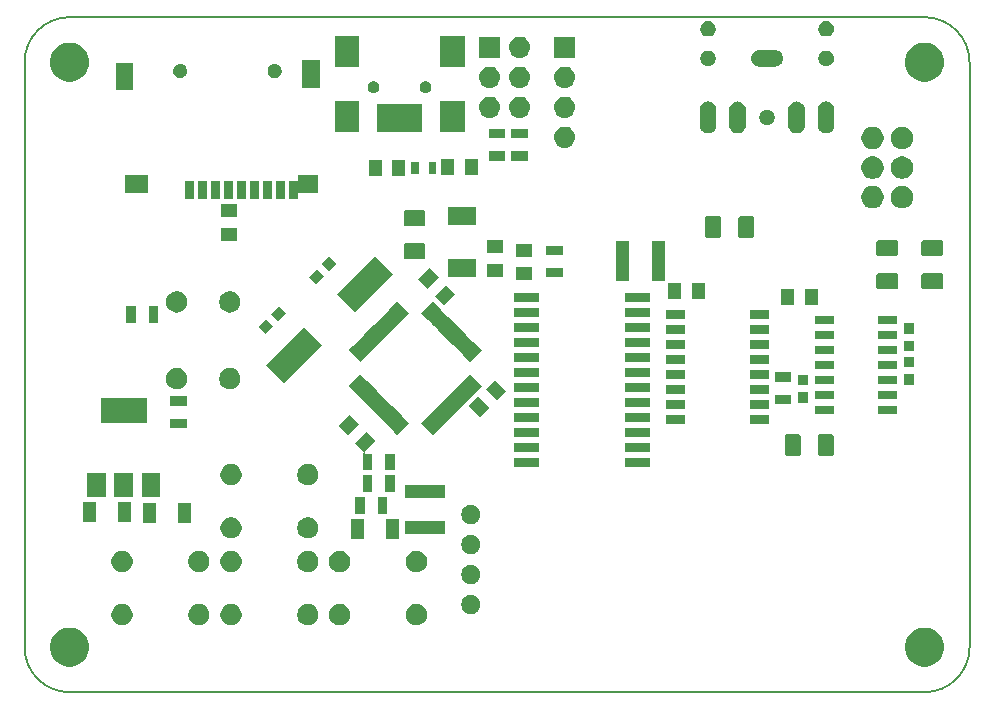
<source format=gbr>
%TF.GenerationSoftware,KiCad,Pcbnew,(5.1.4-0-10_14)*%
%TF.CreationDate,2019-10-07T11:49:19-07:00*%
%TF.ProjectId,OPL3_VGM_Player,4f504c33-5f56-4474-9d5f-506c61796572,rev?*%
%TF.SameCoordinates,Original*%
%TF.FileFunction,Soldermask,Top*%
%TF.FilePolarity,Negative*%
%FSLAX46Y46*%
G04 Gerber Fmt 4.6, Leading zero omitted, Abs format (unit mm)*
G04 Created by KiCad (PCBNEW (5.1.4-0-10_14)) date 2019-10-07 11:49:19*
%MOMM*%
%LPD*%
G04 APERTURE LIST*
%ADD10C,0.150000*%
G04 APERTURE END LIST*
D10*
X153670000Y-140970000D02*
X226060000Y-140970000D01*
X149860000Y-87630000D02*
X149860000Y-137160000D01*
X226060000Y-83820000D02*
X153670000Y-83820000D01*
X229870000Y-137160000D02*
X229870000Y-87630000D01*
X229870000Y-137160000D02*
G75*
G02X226060000Y-140970000I-3810000J0D01*
G01*
X153670000Y-140970000D02*
G75*
G02X149860000Y-137160000I0J3810000D01*
G01*
X149860000Y-87630000D02*
G75*
G02X153670000Y-83820000I3810000J0D01*
G01*
X226060000Y-83820000D02*
G75*
G02X229870000Y-87630000I0J-3810000D01*
G01*
G36*
X226435256Y-135551298D02*
G01*
X226541579Y-135572447D01*
X226842042Y-135696903D01*
X227112451Y-135877585D01*
X227342415Y-136107549D01*
X227523097Y-136377958D01*
X227647553Y-136678421D01*
X227711000Y-136997391D01*
X227711000Y-137322609D01*
X227647553Y-137641579D01*
X227523097Y-137942042D01*
X227342415Y-138212451D01*
X227112451Y-138442415D01*
X226842042Y-138623097D01*
X226541579Y-138747553D01*
X226435256Y-138768702D01*
X226222611Y-138811000D01*
X225897389Y-138811000D01*
X225684744Y-138768702D01*
X225578421Y-138747553D01*
X225277958Y-138623097D01*
X225007549Y-138442415D01*
X224777585Y-138212451D01*
X224596903Y-137942042D01*
X224472447Y-137641579D01*
X224409000Y-137322609D01*
X224409000Y-136997391D01*
X224472447Y-136678421D01*
X224596903Y-136377958D01*
X224777585Y-136107549D01*
X225007549Y-135877585D01*
X225277958Y-135696903D01*
X225578421Y-135572447D01*
X225684744Y-135551298D01*
X225897389Y-135509000D01*
X226222611Y-135509000D01*
X226435256Y-135551298D01*
X226435256Y-135551298D01*
G37*
G36*
X154045256Y-135551298D02*
G01*
X154151579Y-135572447D01*
X154452042Y-135696903D01*
X154722451Y-135877585D01*
X154952415Y-136107549D01*
X155133097Y-136377958D01*
X155257553Y-136678421D01*
X155321000Y-136997391D01*
X155321000Y-137322609D01*
X155257553Y-137641579D01*
X155133097Y-137942042D01*
X154952415Y-138212451D01*
X154722451Y-138442415D01*
X154452042Y-138623097D01*
X154151579Y-138747553D01*
X154045256Y-138768702D01*
X153832611Y-138811000D01*
X153507389Y-138811000D01*
X153294744Y-138768702D01*
X153188421Y-138747553D01*
X152887958Y-138623097D01*
X152617549Y-138442415D01*
X152387585Y-138212451D01*
X152206903Y-137942042D01*
X152082447Y-137641579D01*
X152019000Y-137322609D01*
X152019000Y-136997391D01*
X152082447Y-136678421D01*
X152206903Y-136377958D01*
X152387585Y-136107549D01*
X152617549Y-135877585D01*
X152887958Y-135696903D01*
X153188421Y-135572447D01*
X153294744Y-135551298D01*
X153507389Y-135509000D01*
X153832611Y-135509000D01*
X154045256Y-135551298D01*
X154045256Y-135551298D01*
G37*
G36*
X173948712Y-133512227D02*
G01*
X174098012Y-133541924D01*
X174261984Y-133609844D01*
X174409554Y-133708447D01*
X174535053Y-133833946D01*
X174633656Y-133981516D01*
X174701576Y-134145488D01*
X174736200Y-134319559D01*
X174736200Y-134497041D01*
X174701576Y-134671112D01*
X174633656Y-134835084D01*
X174535053Y-134982654D01*
X174409554Y-135108153D01*
X174261984Y-135206756D01*
X174098012Y-135274676D01*
X173948712Y-135304373D01*
X173923942Y-135309300D01*
X173746458Y-135309300D01*
X173721688Y-135304373D01*
X173572388Y-135274676D01*
X173408416Y-135206756D01*
X173260846Y-135108153D01*
X173135347Y-134982654D01*
X173036744Y-134835084D01*
X172968824Y-134671112D01*
X172934200Y-134497041D01*
X172934200Y-134319559D01*
X172968824Y-134145488D01*
X173036744Y-133981516D01*
X173135347Y-133833946D01*
X173260846Y-133708447D01*
X173408416Y-133609844D01*
X173572388Y-133541924D01*
X173721688Y-133512227D01*
X173746458Y-133507300D01*
X173923942Y-133507300D01*
X173948712Y-133512227D01*
X173948712Y-133512227D01*
G37*
G36*
X167448712Y-133512227D02*
G01*
X167598012Y-133541924D01*
X167761984Y-133609844D01*
X167909554Y-133708447D01*
X168035053Y-133833946D01*
X168133656Y-133981516D01*
X168201576Y-134145488D01*
X168236200Y-134319559D01*
X168236200Y-134497041D01*
X168201576Y-134671112D01*
X168133656Y-134835084D01*
X168035053Y-134982654D01*
X167909554Y-135108153D01*
X167761984Y-135206756D01*
X167598012Y-135274676D01*
X167448712Y-135304373D01*
X167423942Y-135309300D01*
X167246458Y-135309300D01*
X167221688Y-135304373D01*
X167072388Y-135274676D01*
X166908416Y-135206756D01*
X166760846Y-135108153D01*
X166635347Y-134982654D01*
X166536744Y-134835084D01*
X166468824Y-134671112D01*
X166434200Y-134497041D01*
X166434200Y-134319559D01*
X166468824Y-134145488D01*
X166536744Y-133981516D01*
X166635347Y-133833946D01*
X166760846Y-133708447D01*
X166908416Y-133609844D01*
X167072388Y-133541924D01*
X167221688Y-133512227D01*
X167246458Y-133507300D01*
X167423942Y-133507300D01*
X167448712Y-133512227D01*
X167448712Y-133512227D01*
G37*
G36*
X164728512Y-133512227D02*
G01*
X164877812Y-133541924D01*
X165041784Y-133609844D01*
X165189354Y-133708447D01*
X165314853Y-133833946D01*
X165413456Y-133981516D01*
X165481376Y-134145488D01*
X165516000Y-134319559D01*
X165516000Y-134497041D01*
X165481376Y-134671112D01*
X165413456Y-134835084D01*
X165314853Y-134982654D01*
X165189354Y-135108153D01*
X165041784Y-135206756D01*
X164877812Y-135274676D01*
X164728512Y-135304373D01*
X164703742Y-135309300D01*
X164526258Y-135309300D01*
X164501488Y-135304373D01*
X164352188Y-135274676D01*
X164188216Y-135206756D01*
X164040646Y-135108153D01*
X163915147Y-134982654D01*
X163816544Y-134835084D01*
X163748624Y-134671112D01*
X163714000Y-134497041D01*
X163714000Y-134319559D01*
X163748624Y-134145488D01*
X163816544Y-133981516D01*
X163915147Y-133833946D01*
X164040646Y-133708447D01*
X164188216Y-133609844D01*
X164352188Y-133541924D01*
X164501488Y-133512227D01*
X164526258Y-133507300D01*
X164703742Y-133507300D01*
X164728512Y-133512227D01*
X164728512Y-133512227D01*
G37*
G36*
X158228512Y-133512227D02*
G01*
X158377812Y-133541924D01*
X158541784Y-133609844D01*
X158689354Y-133708447D01*
X158814853Y-133833946D01*
X158913456Y-133981516D01*
X158981376Y-134145488D01*
X159016000Y-134319559D01*
X159016000Y-134497041D01*
X158981376Y-134671112D01*
X158913456Y-134835084D01*
X158814853Y-134982654D01*
X158689354Y-135108153D01*
X158541784Y-135206756D01*
X158377812Y-135274676D01*
X158228512Y-135304373D01*
X158203742Y-135309300D01*
X158026258Y-135309300D01*
X158001488Y-135304373D01*
X157852188Y-135274676D01*
X157688216Y-135206756D01*
X157540646Y-135108153D01*
X157415147Y-134982654D01*
X157316544Y-134835084D01*
X157248624Y-134671112D01*
X157214000Y-134497041D01*
X157214000Y-134319559D01*
X157248624Y-134145488D01*
X157316544Y-133981516D01*
X157415147Y-133833946D01*
X157540646Y-133708447D01*
X157688216Y-133609844D01*
X157852188Y-133541924D01*
X158001488Y-133512227D01*
X158026258Y-133507300D01*
X158203742Y-133507300D01*
X158228512Y-133512227D01*
X158228512Y-133512227D01*
G37*
G36*
X183143512Y-133512227D02*
G01*
X183292812Y-133541924D01*
X183456784Y-133609844D01*
X183604354Y-133708447D01*
X183729853Y-133833946D01*
X183828456Y-133981516D01*
X183896376Y-134145488D01*
X183931000Y-134319559D01*
X183931000Y-134497041D01*
X183896376Y-134671112D01*
X183828456Y-134835084D01*
X183729853Y-134982654D01*
X183604354Y-135108153D01*
X183456784Y-135206756D01*
X183292812Y-135274676D01*
X183143512Y-135304373D01*
X183118742Y-135309300D01*
X182941258Y-135309300D01*
X182916488Y-135304373D01*
X182767188Y-135274676D01*
X182603216Y-135206756D01*
X182455646Y-135108153D01*
X182330147Y-134982654D01*
X182231544Y-134835084D01*
X182163624Y-134671112D01*
X182129000Y-134497041D01*
X182129000Y-134319559D01*
X182163624Y-134145488D01*
X182231544Y-133981516D01*
X182330147Y-133833946D01*
X182455646Y-133708447D01*
X182603216Y-133609844D01*
X182767188Y-133541924D01*
X182916488Y-133512227D01*
X182941258Y-133507300D01*
X183118742Y-133507300D01*
X183143512Y-133512227D01*
X183143512Y-133512227D01*
G37*
G36*
X176643512Y-133512227D02*
G01*
X176792812Y-133541924D01*
X176956784Y-133609844D01*
X177104354Y-133708447D01*
X177229853Y-133833946D01*
X177328456Y-133981516D01*
X177396376Y-134145488D01*
X177431000Y-134319559D01*
X177431000Y-134497041D01*
X177396376Y-134671112D01*
X177328456Y-134835084D01*
X177229853Y-134982654D01*
X177104354Y-135108153D01*
X176956784Y-135206756D01*
X176792812Y-135274676D01*
X176643512Y-135304373D01*
X176618742Y-135309300D01*
X176441258Y-135309300D01*
X176416488Y-135304373D01*
X176267188Y-135274676D01*
X176103216Y-135206756D01*
X175955646Y-135108153D01*
X175830147Y-134982654D01*
X175731544Y-134835084D01*
X175663624Y-134671112D01*
X175629000Y-134497041D01*
X175629000Y-134319559D01*
X175663624Y-134145488D01*
X175731544Y-133981516D01*
X175830147Y-133833946D01*
X175955646Y-133708447D01*
X176103216Y-133609844D01*
X176267188Y-133541924D01*
X176416488Y-133512227D01*
X176441258Y-133507300D01*
X176618742Y-133507300D01*
X176643512Y-133512227D01*
X176643512Y-133512227D01*
G37*
G36*
X187885742Y-132758242D02*
G01*
X188033701Y-132819529D01*
X188166855Y-132908499D01*
X188280101Y-133021745D01*
X188369071Y-133154899D01*
X188430358Y-133302858D01*
X188461600Y-133459925D01*
X188461600Y-133620075D01*
X188430358Y-133777142D01*
X188369071Y-133925101D01*
X188280101Y-134058255D01*
X188166855Y-134171501D01*
X188033701Y-134260471D01*
X187885742Y-134321758D01*
X187728675Y-134353000D01*
X187568525Y-134353000D01*
X187411458Y-134321758D01*
X187263499Y-134260471D01*
X187130345Y-134171501D01*
X187017099Y-134058255D01*
X186928129Y-133925101D01*
X186866842Y-133777142D01*
X186835600Y-133620075D01*
X186835600Y-133459925D01*
X186866842Y-133302858D01*
X186928129Y-133154899D01*
X187017099Y-133021745D01*
X187130345Y-132908499D01*
X187263499Y-132819529D01*
X187411458Y-132758242D01*
X187568525Y-132727000D01*
X187728675Y-132727000D01*
X187885742Y-132758242D01*
X187885742Y-132758242D01*
G37*
G36*
X187885742Y-130218242D02*
G01*
X188033701Y-130279529D01*
X188166855Y-130368499D01*
X188280101Y-130481745D01*
X188369071Y-130614899D01*
X188430358Y-130762858D01*
X188461600Y-130919925D01*
X188461600Y-131080075D01*
X188430358Y-131237142D01*
X188369071Y-131385101D01*
X188280101Y-131518255D01*
X188166855Y-131631501D01*
X188033701Y-131720471D01*
X187885742Y-131781758D01*
X187728675Y-131813000D01*
X187568525Y-131813000D01*
X187411458Y-131781758D01*
X187263499Y-131720471D01*
X187130345Y-131631501D01*
X187017099Y-131518255D01*
X186928129Y-131385101D01*
X186866842Y-131237142D01*
X186835600Y-131080075D01*
X186835600Y-130919925D01*
X186866842Y-130762858D01*
X186928129Y-130614899D01*
X187017099Y-130481745D01*
X187130345Y-130368499D01*
X187263499Y-130279529D01*
X187411458Y-130218242D01*
X187568525Y-130187000D01*
X187728675Y-130187000D01*
X187885742Y-130218242D01*
X187885742Y-130218242D01*
G37*
G36*
X183143512Y-129012227D02*
G01*
X183292812Y-129041924D01*
X183456784Y-129109844D01*
X183604354Y-129208447D01*
X183729853Y-129333946D01*
X183828456Y-129481516D01*
X183896376Y-129645488D01*
X183931000Y-129819559D01*
X183931000Y-129997041D01*
X183896376Y-130171112D01*
X183828456Y-130335084D01*
X183729853Y-130482654D01*
X183604354Y-130608153D01*
X183456784Y-130706756D01*
X183292812Y-130774676D01*
X183143512Y-130804373D01*
X183118742Y-130809300D01*
X182941258Y-130809300D01*
X182916488Y-130804373D01*
X182767188Y-130774676D01*
X182603216Y-130706756D01*
X182455646Y-130608153D01*
X182330147Y-130482654D01*
X182231544Y-130335084D01*
X182163624Y-130171112D01*
X182129000Y-129997041D01*
X182129000Y-129819559D01*
X182163624Y-129645488D01*
X182231544Y-129481516D01*
X182330147Y-129333946D01*
X182455646Y-129208447D01*
X182603216Y-129109844D01*
X182767188Y-129041924D01*
X182916488Y-129012227D01*
X182941258Y-129007300D01*
X183118742Y-129007300D01*
X183143512Y-129012227D01*
X183143512Y-129012227D01*
G37*
G36*
X176643512Y-129012227D02*
G01*
X176792812Y-129041924D01*
X176956784Y-129109844D01*
X177104354Y-129208447D01*
X177229853Y-129333946D01*
X177328456Y-129481516D01*
X177396376Y-129645488D01*
X177431000Y-129819559D01*
X177431000Y-129997041D01*
X177396376Y-130171112D01*
X177328456Y-130335084D01*
X177229853Y-130482654D01*
X177104354Y-130608153D01*
X176956784Y-130706756D01*
X176792812Y-130774676D01*
X176643512Y-130804373D01*
X176618742Y-130809300D01*
X176441258Y-130809300D01*
X176416488Y-130804373D01*
X176267188Y-130774676D01*
X176103216Y-130706756D01*
X175955646Y-130608153D01*
X175830147Y-130482654D01*
X175731544Y-130335084D01*
X175663624Y-130171112D01*
X175629000Y-129997041D01*
X175629000Y-129819559D01*
X175663624Y-129645488D01*
X175731544Y-129481516D01*
X175830147Y-129333946D01*
X175955646Y-129208447D01*
X176103216Y-129109844D01*
X176267188Y-129041924D01*
X176416488Y-129012227D01*
X176441258Y-129007300D01*
X176618742Y-129007300D01*
X176643512Y-129012227D01*
X176643512Y-129012227D01*
G37*
G36*
X167448712Y-129012227D02*
G01*
X167598012Y-129041924D01*
X167761984Y-129109844D01*
X167909554Y-129208447D01*
X168035053Y-129333946D01*
X168133656Y-129481516D01*
X168201576Y-129645488D01*
X168236200Y-129819559D01*
X168236200Y-129997041D01*
X168201576Y-130171112D01*
X168133656Y-130335084D01*
X168035053Y-130482654D01*
X167909554Y-130608153D01*
X167761984Y-130706756D01*
X167598012Y-130774676D01*
X167448712Y-130804373D01*
X167423942Y-130809300D01*
X167246458Y-130809300D01*
X167221688Y-130804373D01*
X167072388Y-130774676D01*
X166908416Y-130706756D01*
X166760846Y-130608153D01*
X166635347Y-130482654D01*
X166536744Y-130335084D01*
X166468824Y-130171112D01*
X166434200Y-129997041D01*
X166434200Y-129819559D01*
X166468824Y-129645488D01*
X166536744Y-129481516D01*
X166635347Y-129333946D01*
X166760846Y-129208447D01*
X166908416Y-129109844D01*
X167072388Y-129041924D01*
X167221688Y-129012227D01*
X167246458Y-129007300D01*
X167423942Y-129007300D01*
X167448712Y-129012227D01*
X167448712Y-129012227D01*
G37*
G36*
X173948712Y-129012227D02*
G01*
X174098012Y-129041924D01*
X174261984Y-129109844D01*
X174409554Y-129208447D01*
X174535053Y-129333946D01*
X174633656Y-129481516D01*
X174701576Y-129645488D01*
X174736200Y-129819559D01*
X174736200Y-129997041D01*
X174701576Y-130171112D01*
X174633656Y-130335084D01*
X174535053Y-130482654D01*
X174409554Y-130608153D01*
X174261984Y-130706756D01*
X174098012Y-130774676D01*
X173948712Y-130804373D01*
X173923942Y-130809300D01*
X173746458Y-130809300D01*
X173721688Y-130804373D01*
X173572388Y-130774676D01*
X173408416Y-130706756D01*
X173260846Y-130608153D01*
X173135347Y-130482654D01*
X173036744Y-130335084D01*
X172968824Y-130171112D01*
X172934200Y-129997041D01*
X172934200Y-129819559D01*
X172968824Y-129645488D01*
X173036744Y-129481516D01*
X173135347Y-129333946D01*
X173260846Y-129208447D01*
X173408416Y-129109844D01*
X173572388Y-129041924D01*
X173721688Y-129012227D01*
X173746458Y-129007300D01*
X173923942Y-129007300D01*
X173948712Y-129012227D01*
X173948712Y-129012227D01*
G37*
G36*
X164728512Y-129012227D02*
G01*
X164877812Y-129041924D01*
X165041784Y-129109844D01*
X165189354Y-129208447D01*
X165314853Y-129333946D01*
X165413456Y-129481516D01*
X165481376Y-129645488D01*
X165516000Y-129819559D01*
X165516000Y-129997041D01*
X165481376Y-130171112D01*
X165413456Y-130335084D01*
X165314853Y-130482654D01*
X165189354Y-130608153D01*
X165041784Y-130706756D01*
X164877812Y-130774676D01*
X164728512Y-130804373D01*
X164703742Y-130809300D01*
X164526258Y-130809300D01*
X164501488Y-130804373D01*
X164352188Y-130774676D01*
X164188216Y-130706756D01*
X164040646Y-130608153D01*
X163915147Y-130482654D01*
X163816544Y-130335084D01*
X163748624Y-130171112D01*
X163714000Y-129997041D01*
X163714000Y-129819559D01*
X163748624Y-129645488D01*
X163816544Y-129481516D01*
X163915147Y-129333946D01*
X164040646Y-129208447D01*
X164188216Y-129109844D01*
X164352188Y-129041924D01*
X164501488Y-129012227D01*
X164526258Y-129007300D01*
X164703742Y-129007300D01*
X164728512Y-129012227D01*
X164728512Y-129012227D01*
G37*
G36*
X158228512Y-129012227D02*
G01*
X158377812Y-129041924D01*
X158541784Y-129109844D01*
X158689354Y-129208447D01*
X158814853Y-129333946D01*
X158913456Y-129481516D01*
X158981376Y-129645488D01*
X159016000Y-129819559D01*
X159016000Y-129997041D01*
X158981376Y-130171112D01*
X158913456Y-130335084D01*
X158814853Y-130482654D01*
X158689354Y-130608153D01*
X158541784Y-130706756D01*
X158377812Y-130774676D01*
X158228512Y-130804373D01*
X158203742Y-130809300D01*
X158026258Y-130809300D01*
X158001488Y-130804373D01*
X157852188Y-130774676D01*
X157688216Y-130706756D01*
X157540646Y-130608153D01*
X157415147Y-130482654D01*
X157316544Y-130335084D01*
X157248624Y-130171112D01*
X157214000Y-129997041D01*
X157214000Y-129819559D01*
X157248624Y-129645488D01*
X157316544Y-129481516D01*
X157415147Y-129333946D01*
X157540646Y-129208447D01*
X157688216Y-129109844D01*
X157852188Y-129041924D01*
X158001488Y-129012227D01*
X158026258Y-129007300D01*
X158203742Y-129007300D01*
X158228512Y-129012227D01*
X158228512Y-129012227D01*
G37*
G36*
X187885742Y-127678242D02*
G01*
X188033701Y-127739529D01*
X188166855Y-127828499D01*
X188280101Y-127941745D01*
X188369071Y-128074899D01*
X188430358Y-128222858D01*
X188461600Y-128379925D01*
X188461600Y-128540075D01*
X188430358Y-128697142D01*
X188369071Y-128845101D01*
X188280101Y-128978255D01*
X188166855Y-129091501D01*
X188033701Y-129180471D01*
X187885742Y-129241758D01*
X187728675Y-129273000D01*
X187568525Y-129273000D01*
X187411458Y-129241758D01*
X187263499Y-129180471D01*
X187130345Y-129091501D01*
X187017099Y-128978255D01*
X186928129Y-128845101D01*
X186866842Y-128697142D01*
X186835600Y-128540075D01*
X186835600Y-128379925D01*
X186866842Y-128222858D01*
X186928129Y-128074899D01*
X187017099Y-127941745D01*
X187130345Y-127828499D01*
X187263499Y-127739529D01*
X187411458Y-127678242D01*
X187568525Y-127647000D01*
X187728675Y-127647000D01*
X187885742Y-127678242D01*
X187885742Y-127678242D01*
G37*
G36*
X181590900Y-128041500D02*
G01*
X180488900Y-128041500D01*
X180488900Y-126339500D01*
X181590900Y-126339500D01*
X181590900Y-128041500D01*
X181590900Y-128041500D01*
G37*
G36*
X178590900Y-128041500D02*
G01*
X177488900Y-128041500D01*
X177488900Y-126339500D01*
X178590900Y-126339500D01*
X178590900Y-128041500D01*
X178590900Y-128041500D01*
G37*
G36*
X167448712Y-126158927D02*
G01*
X167598012Y-126188624D01*
X167761984Y-126256544D01*
X167909554Y-126355147D01*
X168035053Y-126480646D01*
X168133656Y-126628216D01*
X168201576Y-126792188D01*
X168236200Y-126966259D01*
X168236200Y-127143741D01*
X168201576Y-127317812D01*
X168133656Y-127481784D01*
X168035053Y-127629354D01*
X167909554Y-127754853D01*
X167761984Y-127853456D01*
X167598012Y-127921376D01*
X167448712Y-127951073D01*
X167423942Y-127956000D01*
X167246458Y-127956000D01*
X167221688Y-127951073D01*
X167072388Y-127921376D01*
X166908416Y-127853456D01*
X166760846Y-127754853D01*
X166635347Y-127629354D01*
X166536744Y-127481784D01*
X166468824Y-127317812D01*
X166434200Y-127143741D01*
X166434200Y-126966259D01*
X166468824Y-126792188D01*
X166536744Y-126628216D01*
X166635347Y-126480646D01*
X166760846Y-126355147D01*
X166908416Y-126256544D01*
X167072388Y-126188624D01*
X167221688Y-126158927D01*
X167246458Y-126154000D01*
X167423942Y-126154000D01*
X167448712Y-126158927D01*
X167448712Y-126158927D01*
G37*
G36*
X173948712Y-126158927D02*
G01*
X174098012Y-126188624D01*
X174261984Y-126256544D01*
X174409554Y-126355147D01*
X174535053Y-126480646D01*
X174633656Y-126628216D01*
X174701576Y-126792188D01*
X174736200Y-126966259D01*
X174736200Y-127143741D01*
X174701576Y-127317812D01*
X174633656Y-127481784D01*
X174535053Y-127629354D01*
X174409554Y-127754853D01*
X174261984Y-127853456D01*
X174098012Y-127921376D01*
X173948712Y-127951073D01*
X173923942Y-127956000D01*
X173746458Y-127956000D01*
X173721688Y-127951073D01*
X173572388Y-127921376D01*
X173408416Y-127853456D01*
X173260846Y-127754853D01*
X173135347Y-127629354D01*
X173036744Y-127481784D01*
X172968824Y-127317812D01*
X172934200Y-127143741D01*
X172934200Y-126966259D01*
X172968824Y-126792188D01*
X173036744Y-126628216D01*
X173135347Y-126480646D01*
X173260846Y-126355147D01*
X173408416Y-126256544D01*
X173572388Y-126188624D01*
X173721688Y-126158927D01*
X173746458Y-126154000D01*
X173923942Y-126154000D01*
X173948712Y-126158927D01*
X173948712Y-126158927D01*
G37*
G36*
X185457300Y-127538700D02*
G01*
X182055300Y-127538700D01*
X182055300Y-126486700D01*
X185457300Y-126486700D01*
X185457300Y-127538700D01*
X185457300Y-127538700D01*
G37*
G36*
X187885742Y-125138242D02*
G01*
X188033701Y-125199529D01*
X188166855Y-125288499D01*
X188280101Y-125401745D01*
X188369071Y-125534899D01*
X188430358Y-125682858D01*
X188461600Y-125839925D01*
X188461600Y-126000075D01*
X188430358Y-126157142D01*
X188369071Y-126305101D01*
X188280101Y-126438255D01*
X188166855Y-126551501D01*
X188033701Y-126640471D01*
X187885742Y-126701758D01*
X187728675Y-126733000D01*
X187568525Y-126733000D01*
X187411458Y-126701758D01*
X187263499Y-126640471D01*
X187130345Y-126551501D01*
X187017099Y-126438255D01*
X186928129Y-126305101D01*
X186866842Y-126157142D01*
X186835600Y-126000075D01*
X186835600Y-125839925D01*
X186866842Y-125682858D01*
X186928129Y-125534899D01*
X187017099Y-125401745D01*
X187130345Y-125288499D01*
X187263499Y-125199529D01*
X187411458Y-125138242D01*
X187568525Y-125107000D01*
X187728675Y-125107000D01*
X187885742Y-125138242D01*
X187885742Y-125138242D01*
G37*
G36*
X163976000Y-126644500D02*
G01*
X162874000Y-126644500D01*
X162874000Y-124942500D01*
X163976000Y-124942500D01*
X163976000Y-126644500D01*
X163976000Y-126644500D01*
G37*
G36*
X160976000Y-126644500D02*
G01*
X159874000Y-126644500D01*
X159874000Y-124942500D01*
X160976000Y-124942500D01*
X160976000Y-126644500D01*
X160976000Y-126644500D01*
G37*
G36*
X158896000Y-126581000D02*
G01*
X157794000Y-126581000D01*
X157794000Y-124879000D01*
X158896000Y-124879000D01*
X158896000Y-126581000D01*
X158896000Y-126581000D01*
G37*
G36*
X155896000Y-126581000D02*
G01*
X154794000Y-126581000D01*
X154794000Y-124879000D01*
X155896000Y-124879000D01*
X155896000Y-126581000D01*
X155896000Y-126581000D01*
G37*
G36*
X180573400Y-125884900D02*
G01*
X179771400Y-125884900D01*
X179771400Y-124482900D01*
X180573400Y-124482900D01*
X180573400Y-125884900D01*
X180573400Y-125884900D01*
G37*
G36*
X178673400Y-125884900D02*
G01*
X177871400Y-125884900D01*
X177871400Y-124482900D01*
X178673400Y-124482900D01*
X178673400Y-125884900D01*
X178673400Y-125884900D01*
G37*
G36*
X185457300Y-124488700D02*
G01*
X182055300Y-124488700D01*
X182055300Y-123436700D01*
X185457300Y-123436700D01*
X185457300Y-124488700D01*
X185457300Y-124488700D01*
G37*
G36*
X156768400Y-124482700D02*
G01*
X155166400Y-124482700D01*
X155166400Y-122380700D01*
X156768400Y-122380700D01*
X156768400Y-124482700D01*
X156768400Y-124482700D01*
G37*
G36*
X161368400Y-124482700D02*
G01*
X159766400Y-124482700D01*
X159766400Y-122380700D01*
X161368400Y-122380700D01*
X161368400Y-124482700D01*
X161368400Y-124482700D01*
G37*
G36*
X159068400Y-124482700D02*
G01*
X157466400Y-124482700D01*
X157466400Y-122380700D01*
X159068400Y-122380700D01*
X159068400Y-124482700D01*
X159068400Y-124482700D01*
G37*
G36*
X181208400Y-124018000D02*
G01*
X180406400Y-124018000D01*
X180406400Y-122616000D01*
X181208400Y-122616000D01*
X181208400Y-124018000D01*
X181208400Y-124018000D01*
G37*
G36*
X179308400Y-124018000D02*
G01*
X178506400Y-124018000D01*
X178506400Y-122616000D01*
X179308400Y-122616000D01*
X179308400Y-124018000D01*
X179308400Y-124018000D01*
G37*
G36*
X167448712Y-121658927D02*
G01*
X167598012Y-121688624D01*
X167761984Y-121756544D01*
X167909554Y-121855147D01*
X168035053Y-121980646D01*
X168133656Y-122128216D01*
X168201576Y-122292188D01*
X168236200Y-122466259D01*
X168236200Y-122643741D01*
X168201576Y-122817812D01*
X168133656Y-122981784D01*
X168035053Y-123129354D01*
X167909554Y-123254853D01*
X167761984Y-123353456D01*
X167598012Y-123421376D01*
X167448712Y-123451073D01*
X167423942Y-123456000D01*
X167246458Y-123456000D01*
X167221688Y-123451073D01*
X167072388Y-123421376D01*
X166908416Y-123353456D01*
X166760846Y-123254853D01*
X166635347Y-123129354D01*
X166536744Y-122981784D01*
X166468824Y-122817812D01*
X166434200Y-122643741D01*
X166434200Y-122466259D01*
X166468824Y-122292188D01*
X166536744Y-122128216D01*
X166635347Y-121980646D01*
X166760846Y-121855147D01*
X166908416Y-121756544D01*
X167072388Y-121688624D01*
X167221688Y-121658927D01*
X167246458Y-121654000D01*
X167423942Y-121654000D01*
X167448712Y-121658927D01*
X167448712Y-121658927D01*
G37*
G36*
X173948712Y-121658927D02*
G01*
X174098012Y-121688624D01*
X174261984Y-121756544D01*
X174409554Y-121855147D01*
X174535053Y-121980646D01*
X174633656Y-122128216D01*
X174701576Y-122292188D01*
X174736200Y-122466259D01*
X174736200Y-122643741D01*
X174701576Y-122817812D01*
X174633656Y-122981784D01*
X174535053Y-123129354D01*
X174409554Y-123254853D01*
X174261984Y-123353456D01*
X174098012Y-123421376D01*
X173948712Y-123451073D01*
X173923942Y-123456000D01*
X173746458Y-123456000D01*
X173721688Y-123451073D01*
X173572388Y-123421376D01*
X173408416Y-123353456D01*
X173260846Y-123254853D01*
X173135347Y-123129354D01*
X173036744Y-122981784D01*
X172968824Y-122817812D01*
X172934200Y-122643741D01*
X172934200Y-122466259D01*
X172968824Y-122292188D01*
X173036744Y-122128216D01*
X173135347Y-121980646D01*
X173260846Y-121855147D01*
X173408416Y-121756544D01*
X173572388Y-121688624D01*
X173721688Y-121658927D01*
X173746458Y-121654000D01*
X173923942Y-121654000D01*
X173948712Y-121658927D01*
X173948712Y-121658927D01*
G37*
G36*
X179577927Y-119693919D02*
G01*
X178698027Y-120573819D01*
X178682487Y-120592755D01*
X178670936Y-120614366D01*
X178663823Y-120637815D01*
X178661421Y-120662201D01*
X178663823Y-120686587D01*
X178670936Y-120710036D01*
X178682487Y-120731647D01*
X178698032Y-120750589D01*
X178716974Y-120766134D01*
X178738585Y-120777685D01*
X178762034Y-120784798D01*
X178786420Y-120787200D01*
X179308400Y-120787200D01*
X179308400Y-122189200D01*
X178506400Y-122189200D01*
X178506400Y-120777072D01*
X178526864Y-120766134D01*
X178545806Y-120750589D01*
X178561351Y-120731647D01*
X178572902Y-120710036D01*
X178580015Y-120686587D01*
X178582417Y-120662201D01*
X178580015Y-120637815D01*
X178572902Y-120614366D01*
X178561351Y-120592755D01*
X178545811Y-120573819D01*
X177842687Y-119870695D01*
X178798695Y-118914687D01*
X179577927Y-119693919D01*
X179577927Y-119693919D01*
G37*
G36*
X181208400Y-122189200D02*
G01*
X180406400Y-122189200D01*
X180406400Y-120787200D01*
X181208400Y-120787200D01*
X181208400Y-122189200D01*
X181208400Y-122189200D01*
G37*
G36*
X193429600Y-121864600D02*
G01*
X191327600Y-121864600D01*
X191327600Y-121162600D01*
X193429600Y-121162600D01*
X193429600Y-121864600D01*
X193429600Y-121864600D01*
G37*
G36*
X202829600Y-121864600D02*
G01*
X200727600Y-121864600D01*
X200727600Y-121162600D01*
X202829600Y-121162600D01*
X202829600Y-121864600D01*
X202829600Y-121864600D01*
G37*
G36*
X218225004Y-119131447D02*
G01*
X218261544Y-119142532D01*
X218295221Y-119160533D01*
X218324741Y-119184759D01*
X218348967Y-119214279D01*
X218366968Y-119247956D01*
X218378053Y-119284496D01*
X218382400Y-119328638D01*
X218382400Y-120777562D01*
X218378053Y-120821704D01*
X218366968Y-120858244D01*
X218348967Y-120891921D01*
X218324741Y-120921441D01*
X218295221Y-120945667D01*
X218261544Y-120963668D01*
X218225004Y-120974753D01*
X218180862Y-120979100D01*
X217231938Y-120979100D01*
X217187796Y-120974753D01*
X217151256Y-120963668D01*
X217117579Y-120945667D01*
X217088059Y-120921441D01*
X217063833Y-120891921D01*
X217045832Y-120858244D01*
X217034747Y-120821704D01*
X217030400Y-120777562D01*
X217030400Y-119328638D01*
X217034747Y-119284496D01*
X217045832Y-119247956D01*
X217063833Y-119214279D01*
X217088059Y-119184759D01*
X217117579Y-119160533D01*
X217151256Y-119142532D01*
X217187796Y-119131447D01*
X217231938Y-119127100D01*
X218180862Y-119127100D01*
X218225004Y-119131447D01*
X218225004Y-119131447D01*
G37*
G36*
X215425004Y-119131447D02*
G01*
X215461544Y-119142532D01*
X215495221Y-119160533D01*
X215524741Y-119184759D01*
X215548967Y-119214279D01*
X215566968Y-119247956D01*
X215578053Y-119284496D01*
X215582400Y-119328638D01*
X215582400Y-120777562D01*
X215578053Y-120821704D01*
X215566968Y-120858244D01*
X215548967Y-120891921D01*
X215524741Y-120921441D01*
X215495221Y-120945667D01*
X215461544Y-120963668D01*
X215425004Y-120974753D01*
X215380862Y-120979100D01*
X214431938Y-120979100D01*
X214387796Y-120974753D01*
X214351256Y-120963668D01*
X214317579Y-120945667D01*
X214288059Y-120921441D01*
X214263833Y-120891921D01*
X214245832Y-120858244D01*
X214234747Y-120821704D01*
X214230400Y-120777562D01*
X214230400Y-119328638D01*
X214234747Y-119284496D01*
X214245832Y-119247956D01*
X214263833Y-119214279D01*
X214288059Y-119184759D01*
X214317579Y-119160533D01*
X214351256Y-119142532D01*
X214387796Y-119131447D01*
X214431938Y-119127100D01*
X215380862Y-119127100D01*
X215425004Y-119131447D01*
X215425004Y-119131447D01*
G37*
G36*
X202829600Y-120594600D02*
G01*
X200727600Y-120594600D01*
X200727600Y-119892600D01*
X202829600Y-119892600D01*
X202829600Y-120594600D01*
X202829600Y-120594600D01*
G37*
G36*
X193429600Y-120594600D02*
G01*
X191327600Y-120594600D01*
X191327600Y-119892600D01*
X193429600Y-119892600D01*
X193429600Y-120594600D01*
X193429600Y-120594600D01*
G37*
G36*
X202829600Y-119324600D02*
G01*
X200727600Y-119324600D01*
X200727600Y-118622600D01*
X202829600Y-118622600D01*
X202829600Y-119324600D01*
X202829600Y-119324600D01*
G37*
G36*
X193429600Y-119324600D02*
G01*
X191327600Y-119324600D01*
X191327600Y-118622600D01*
X193429600Y-118622600D01*
X193429600Y-119324600D01*
X193429600Y-119324600D01*
G37*
G36*
X178163713Y-118279705D02*
G01*
X177207705Y-119235713D01*
X176428473Y-118456481D01*
X177384481Y-117500473D01*
X178163713Y-118279705D01*
X178163713Y-118279705D01*
G37*
G36*
X188571391Y-115015202D02*
G01*
X184433402Y-119153191D01*
X183442038Y-118161827D01*
X183690940Y-117912925D01*
X183690941Y-117912926D01*
X183795592Y-117808275D01*
X183795591Y-117808274D01*
X184044493Y-117559372D01*
X184044494Y-117559373D01*
X184149146Y-117454721D01*
X184149145Y-117454720D01*
X184398047Y-117205818D01*
X184398048Y-117205819D01*
X184502699Y-117101168D01*
X184502698Y-117101167D01*
X184751600Y-116852265D01*
X184751601Y-116852266D01*
X184856252Y-116747615D01*
X184856251Y-116747614D01*
X185105153Y-116498712D01*
X185105154Y-116498713D01*
X185209806Y-116394061D01*
X185209805Y-116394060D01*
X185458707Y-116145158D01*
X185458708Y-116145159D01*
X185563359Y-116040508D01*
X185563358Y-116040507D01*
X185812260Y-115791605D01*
X185812261Y-115791606D01*
X185916913Y-115686954D01*
X185916912Y-115686953D01*
X186165814Y-115438051D01*
X186165815Y-115438052D01*
X186270466Y-115333401D01*
X186270465Y-115333400D01*
X186519367Y-115084498D01*
X186519368Y-115084499D01*
X186624019Y-114979848D01*
X186624018Y-114979847D01*
X186872920Y-114730945D01*
X186872921Y-114730946D01*
X186977573Y-114626294D01*
X186977572Y-114626293D01*
X187226474Y-114377391D01*
X187226475Y-114377392D01*
X187331126Y-114272741D01*
X187331125Y-114272740D01*
X187580027Y-114023838D01*
X188571391Y-115015202D01*
X188571391Y-115015202D01*
G37*
G36*
X178530475Y-114272740D02*
G01*
X178530475Y-114272741D01*
X178635126Y-114377392D01*
X178635126Y-114377391D01*
X178884028Y-114626293D01*
X178884028Y-114626294D01*
X178988680Y-114730946D01*
X178988680Y-114730945D01*
X179237582Y-114979847D01*
X179237582Y-114979848D01*
X179342233Y-115084499D01*
X179342233Y-115084498D01*
X179591135Y-115333400D01*
X179591135Y-115333401D01*
X179695786Y-115438052D01*
X179695786Y-115438051D01*
X179944688Y-115686953D01*
X179944688Y-115686954D01*
X180049340Y-115791606D01*
X180049340Y-115791605D01*
X180298242Y-116040507D01*
X180298242Y-116040508D01*
X180402893Y-116145159D01*
X180402893Y-116145158D01*
X180651795Y-116394060D01*
X180651795Y-116394061D01*
X180756447Y-116498713D01*
X180756447Y-116498712D01*
X181005349Y-116747614D01*
X181005349Y-116747615D01*
X181110000Y-116852266D01*
X181110000Y-116852265D01*
X181358902Y-117101167D01*
X181358902Y-117101168D01*
X181463553Y-117205819D01*
X181463553Y-117205818D01*
X181712455Y-117454720D01*
X181712455Y-117454721D01*
X181817107Y-117559373D01*
X181817107Y-117559372D01*
X182066009Y-117808274D01*
X182066009Y-117808275D01*
X182170660Y-117912926D01*
X182170660Y-117912925D01*
X182419562Y-118161827D01*
X181428198Y-119153191D01*
X181179296Y-118904289D01*
X181179297Y-118904289D01*
X181074646Y-118799638D01*
X181074645Y-118799638D01*
X180825743Y-118550736D01*
X180825744Y-118550736D01*
X180721092Y-118446084D01*
X180721091Y-118446084D01*
X180472189Y-118197182D01*
X180472190Y-118197182D01*
X180367539Y-118092531D01*
X180367538Y-118092531D01*
X180118636Y-117843629D01*
X180118637Y-117843629D01*
X180013986Y-117738978D01*
X180013985Y-117738978D01*
X179765083Y-117490076D01*
X179765084Y-117490076D01*
X179660432Y-117385424D01*
X179660431Y-117385424D01*
X179411529Y-117136522D01*
X179411530Y-117136522D01*
X179306879Y-117031871D01*
X179306878Y-117031871D01*
X179057976Y-116782969D01*
X179057977Y-116782969D01*
X178953325Y-116678317D01*
X178953324Y-116678317D01*
X178704422Y-116429415D01*
X178704423Y-116429415D01*
X178599772Y-116324764D01*
X178599771Y-116324764D01*
X178350869Y-116075862D01*
X178350870Y-116075862D01*
X178246219Y-115971211D01*
X178246218Y-115971211D01*
X177997316Y-115722309D01*
X177997317Y-115722309D01*
X177892665Y-115617657D01*
X177892664Y-115617657D01*
X177643762Y-115368755D01*
X177643763Y-115368755D01*
X177539112Y-115264104D01*
X177539111Y-115264104D01*
X177290209Y-115015202D01*
X178281573Y-114023838D01*
X178530475Y-114272740D01*
X178530475Y-114272740D01*
G37*
G36*
X163616600Y-118610100D02*
G01*
X162214600Y-118610100D01*
X162214600Y-117808100D01*
X163616600Y-117808100D01*
X163616600Y-118610100D01*
X163616600Y-118610100D01*
G37*
G36*
X212859600Y-118232400D02*
G01*
X211257600Y-118232400D01*
X211257600Y-117530400D01*
X212859600Y-117530400D01*
X212859600Y-118232400D01*
X212859600Y-118232400D01*
G37*
G36*
X205759600Y-118232400D02*
G01*
X204157600Y-118232400D01*
X204157600Y-117530400D01*
X205759600Y-117530400D01*
X205759600Y-118232400D01*
X205759600Y-118232400D01*
G37*
G36*
X160218400Y-118182700D02*
G01*
X156316400Y-118182700D01*
X156316400Y-116080700D01*
X160218400Y-116080700D01*
X160218400Y-118182700D01*
X160218400Y-118182700D01*
G37*
G36*
X193429600Y-118054600D02*
G01*
X191327600Y-118054600D01*
X191327600Y-117352600D01*
X193429600Y-117352600D01*
X193429600Y-118054600D01*
X193429600Y-118054600D01*
G37*
G36*
X202829600Y-118054600D02*
G01*
X200727600Y-118054600D01*
X200727600Y-117352600D01*
X202829600Y-117352600D01*
X202829600Y-118054600D01*
X202829600Y-118054600D01*
G37*
G36*
X189221320Y-116890288D02*
G01*
X188442088Y-117669520D01*
X187486080Y-116713512D01*
X188265312Y-115934280D01*
X189221320Y-116890288D01*
X189221320Y-116890288D01*
G37*
G36*
X218357100Y-117419600D02*
G01*
X216755100Y-117419600D01*
X216755100Y-116717600D01*
X218357100Y-116717600D01*
X218357100Y-117419600D01*
X218357100Y-117419600D01*
G37*
G36*
X223757100Y-117419600D02*
G01*
X222155100Y-117419600D01*
X222155100Y-116717600D01*
X223757100Y-116717600D01*
X223757100Y-117419600D01*
X223757100Y-117419600D01*
G37*
G36*
X212859600Y-116962400D02*
G01*
X211257600Y-116962400D01*
X211257600Y-116260400D01*
X212859600Y-116260400D01*
X212859600Y-116962400D01*
X212859600Y-116962400D01*
G37*
G36*
X205759600Y-116962400D02*
G01*
X204157600Y-116962400D01*
X204157600Y-116260400D01*
X205759600Y-116260400D01*
X205759600Y-116962400D01*
X205759600Y-116962400D01*
G37*
G36*
X202829600Y-116784600D02*
G01*
X200727600Y-116784600D01*
X200727600Y-116082600D01*
X202829600Y-116082600D01*
X202829600Y-116784600D01*
X202829600Y-116784600D01*
G37*
G36*
X193429600Y-116784600D02*
G01*
X191327600Y-116784600D01*
X191327600Y-116082600D01*
X193429600Y-116082600D01*
X193429600Y-116784600D01*
X193429600Y-116784600D01*
G37*
G36*
X163616600Y-116710100D02*
G01*
X162214600Y-116710100D01*
X162214600Y-115908100D01*
X163616600Y-115908100D01*
X163616600Y-116710100D01*
X163616600Y-116710100D01*
G37*
G36*
X214759500Y-116578100D02*
G01*
X213357500Y-116578100D01*
X213357500Y-115776100D01*
X214759500Y-115776100D01*
X214759500Y-116578100D01*
X214759500Y-116578100D01*
G37*
G36*
X216160900Y-116491600D02*
G01*
X215308900Y-116491600D01*
X215308900Y-115589600D01*
X216160900Y-115589600D01*
X216160900Y-116491600D01*
X216160900Y-116491600D01*
G37*
G36*
X190635534Y-115476074D02*
G01*
X189856302Y-116255306D01*
X188900294Y-115299298D01*
X189679526Y-114520066D01*
X190635534Y-115476074D01*
X190635534Y-115476074D01*
G37*
G36*
X218357100Y-116149600D02*
G01*
X216755100Y-116149600D01*
X216755100Y-115447600D01*
X218357100Y-115447600D01*
X218357100Y-116149600D01*
X218357100Y-116149600D01*
G37*
G36*
X223757100Y-116149600D02*
G01*
X222155100Y-116149600D01*
X222155100Y-115447600D01*
X223757100Y-115447600D01*
X223757100Y-116149600D01*
X223757100Y-116149600D01*
G37*
G36*
X212859600Y-115692400D02*
G01*
X211257600Y-115692400D01*
X211257600Y-114990400D01*
X212859600Y-114990400D01*
X212859600Y-115692400D01*
X212859600Y-115692400D01*
G37*
G36*
X205759600Y-115692400D02*
G01*
X204157600Y-115692400D01*
X204157600Y-114990400D01*
X205759600Y-114990400D01*
X205759600Y-115692400D01*
X205759600Y-115692400D01*
G37*
G36*
X202829600Y-115514600D02*
G01*
X200727600Y-115514600D01*
X200727600Y-114812600D01*
X202829600Y-114812600D01*
X202829600Y-115514600D01*
X202829600Y-115514600D01*
G37*
G36*
X193429600Y-115514600D02*
G01*
X191327600Y-115514600D01*
X191327600Y-114812600D01*
X193429600Y-114812600D01*
X193429600Y-115514600D01*
X193429600Y-115514600D01*
G37*
G36*
X167347112Y-113528527D02*
G01*
X167496412Y-113558224D01*
X167660384Y-113626144D01*
X167807954Y-113724747D01*
X167933453Y-113850246D01*
X168032056Y-113997816D01*
X168099976Y-114161788D01*
X168134600Y-114335859D01*
X168134600Y-114513341D01*
X168099976Y-114687412D01*
X168032056Y-114851384D01*
X167933453Y-114998954D01*
X167807954Y-115124453D01*
X167660384Y-115223056D01*
X167496412Y-115290976D01*
X167347112Y-115320673D01*
X167322342Y-115325600D01*
X167144858Y-115325600D01*
X167120088Y-115320673D01*
X166970788Y-115290976D01*
X166806816Y-115223056D01*
X166659246Y-115124453D01*
X166533747Y-114998954D01*
X166435144Y-114851384D01*
X166367224Y-114687412D01*
X166332600Y-114513341D01*
X166332600Y-114335859D01*
X166367224Y-114161788D01*
X166435144Y-113997816D01*
X166533747Y-113850246D01*
X166659246Y-113724747D01*
X166806816Y-113626144D01*
X166970788Y-113558224D01*
X167120088Y-113528527D01*
X167144858Y-113523600D01*
X167322342Y-113523600D01*
X167347112Y-113528527D01*
X167347112Y-113528527D01*
G37*
G36*
X162847112Y-113528527D02*
G01*
X162996412Y-113558224D01*
X163160384Y-113626144D01*
X163307954Y-113724747D01*
X163433453Y-113850246D01*
X163532056Y-113997816D01*
X163599976Y-114161788D01*
X163634600Y-114335859D01*
X163634600Y-114513341D01*
X163599976Y-114687412D01*
X163532056Y-114851384D01*
X163433453Y-114998954D01*
X163307954Y-115124453D01*
X163160384Y-115223056D01*
X162996412Y-115290976D01*
X162847112Y-115320673D01*
X162822342Y-115325600D01*
X162644858Y-115325600D01*
X162620088Y-115320673D01*
X162470788Y-115290976D01*
X162306816Y-115223056D01*
X162159246Y-115124453D01*
X162033747Y-114998954D01*
X161935144Y-114851384D01*
X161867224Y-114687412D01*
X161832600Y-114513341D01*
X161832600Y-114335859D01*
X161867224Y-114161788D01*
X161935144Y-113997816D01*
X162033747Y-113850246D01*
X162159246Y-113724747D01*
X162306816Y-113626144D01*
X162470788Y-113558224D01*
X162620088Y-113528527D01*
X162644858Y-113523600D01*
X162822342Y-113523600D01*
X162847112Y-113528527D01*
X162847112Y-113528527D01*
G37*
G36*
X216160900Y-114991600D02*
G01*
X215308900Y-114991600D01*
X215308900Y-114089600D01*
X216160900Y-114089600D01*
X216160900Y-114991600D01*
X216160900Y-114991600D01*
G37*
G36*
X225152500Y-114967600D02*
G01*
X224300500Y-114967600D01*
X224300500Y-114065600D01*
X225152500Y-114065600D01*
X225152500Y-114967600D01*
X225152500Y-114967600D01*
G37*
G36*
X223757100Y-114879600D02*
G01*
X222155100Y-114879600D01*
X222155100Y-114177600D01*
X223757100Y-114177600D01*
X223757100Y-114879600D01*
X223757100Y-114879600D01*
G37*
G36*
X218357100Y-114879600D02*
G01*
X216755100Y-114879600D01*
X216755100Y-114177600D01*
X218357100Y-114177600D01*
X218357100Y-114879600D01*
X218357100Y-114879600D01*
G37*
G36*
X175044118Y-111557221D02*
G01*
X171790013Y-114811326D01*
X170303674Y-113324987D01*
X173557779Y-110070882D01*
X175044118Y-111557221D01*
X175044118Y-111557221D01*
G37*
G36*
X214759500Y-114678100D02*
G01*
X213357500Y-114678100D01*
X213357500Y-113876100D01*
X214759500Y-113876100D01*
X214759500Y-114678100D01*
X214759500Y-114678100D01*
G37*
G36*
X212859600Y-114422400D02*
G01*
X211257600Y-114422400D01*
X211257600Y-113720400D01*
X212859600Y-113720400D01*
X212859600Y-114422400D01*
X212859600Y-114422400D01*
G37*
G36*
X205759600Y-114422400D02*
G01*
X204157600Y-114422400D01*
X204157600Y-113720400D01*
X205759600Y-113720400D01*
X205759600Y-114422400D01*
X205759600Y-114422400D01*
G37*
G36*
X193429600Y-114244600D02*
G01*
X191327600Y-114244600D01*
X191327600Y-113542600D01*
X193429600Y-113542600D01*
X193429600Y-114244600D01*
X193429600Y-114244600D01*
G37*
G36*
X202829600Y-114244600D02*
G01*
X200727600Y-114244600D01*
X200727600Y-113542600D01*
X202829600Y-113542600D01*
X202829600Y-114244600D01*
X202829600Y-114244600D01*
G37*
G36*
X218357100Y-113609600D02*
G01*
X216755100Y-113609600D01*
X216755100Y-112907600D01*
X218357100Y-112907600D01*
X218357100Y-113609600D01*
X218357100Y-113609600D01*
G37*
G36*
X223757100Y-113609600D02*
G01*
X222155100Y-113609600D01*
X222155100Y-112907600D01*
X223757100Y-112907600D01*
X223757100Y-113609600D01*
X223757100Y-113609600D01*
G37*
G36*
X225152500Y-113467600D02*
G01*
X224300500Y-113467600D01*
X224300500Y-112565600D01*
X225152500Y-112565600D01*
X225152500Y-113467600D01*
X225152500Y-113467600D01*
G37*
G36*
X205759600Y-113152400D02*
G01*
X204157600Y-113152400D01*
X204157600Y-112450400D01*
X205759600Y-112450400D01*
X205759600Y-113152400D01*
X205759600Y-113152400D01*
G37*
G36*
X212859600Y-113152400D02*
G01*
X211257600Y-113152400D01*
X211257600Y-112450400D01*
X212859600Y-112450400D01*
X212859600Y-113152400D01*
X212859600Y-113152400D01*
G37*
G36*
X184682304Y-108120911D02*
G01*
X184682304Y-108120912D01*
X184786955Y-108225563D01*
X184786955Y-108225562D01*
X185035857Y-108474464D01*
X185035857Y-108474465D01*
X185140509Y-108579117D01*
X185140509Y-108579116D01*
X185389411Y-108828018D01*
X185389411Y-108828019D01*
X185494062Y-108932670D01*
X185494062Y-108932669D01*
X185742964Y-109181571D01*
X185742964Y-109181572D01*
X185847615Y-109286223D01*
X185847615Y-109286222D01*
X186096517Y-109535124D01*
X186096517Y-109535125D01*
X186201169Y-109639777D01*
X186201169Y-109639776D01*
X186450071Y-109888678D01*
X186450071Y-109888679D01*
X186554722Y-109993330D01*
X186554722Y-109993329D01*
X186803624Y-110242231D01*
X186803624Y-110242232D01*
X186908276Y-110346884D01*
X186908276Y-110346883D01*
X187157178Y-110595785D01*
X187157178Y-110595786D01*
X187261829Y-110700437D01*
X187261829Y-110700436D01*
X187510731Y-110949338D01*
X187510731Y-110949339D01*
X187615382Y-111053990D01*
X187615382Y-111053989D01*
X187864284Y-111302891D01*
X187864284Y-111302892D01*
X187968936Y-111407544D01*
X187968936Y-111407543D01*
X188217838Y-111656445D01*
X188217838Y-111656446D01*
X188322489Y-111761097D01*
X188322489Y-111761096D01*
X188571391Y-112009998D01*
X187580027Y-113001362D01*
X187331125Y-112752460D01*
X187331126Y-112752460D01*
X187226475Y-112647809D01*
X187226474Y-112647809D01*
X186977572Y-112398907D01*
X186977573Y-112398907D01*
X186872921Y-112294255D01*
X186872920Y-112294255D01*
X186624018Y-112045353D01*
X186624019Y-112045353D01*
X186519368Y-111940702D01*
X186519367Y-111940702D01*
X186270465Y-111691800D01*
X186270466Y-111691800D01*
X186165815Y-111587149D01*
X186165814Y-111587149D01*
X185916912Y-111338247D01*
X185916913Y-111338247D01*
X185812261Y-111233595D01*
X185812260Y-111233595D01*
X185563358Y-110984693D01*
X185563359Y-110984693D01*
X185458708Y-110880042D01*
X185458707Y-110880042D01*
X185209805Y-110631140D01*
X185209806Y-110631140D01*
X185105154Y-110526488D01*
X185105153Y-110526488D01*
X184856251Y-110277586D01*
X184856252Y-110277586D01*
X184751601Y-110172935D01*
X184751600Y-110172935D01*
X184502698Y-109924033D01*
X184502699Y-109924033D01*
X184398048Y-109819382D01*
X184398047Y-109819382D01*
X184149145Y-109570480D01*
X184149146Y-109570480D01*
X184044494Y-109465828D01*
X184044493Y-109465828D01*
X183795591Y-109216926D01*
X183795592Y-109216926D01*
X183690941Y-109112275D01*
X183690940Y-109112275D01*
X183442038Y-108863373D01*
X184433402Y-107872009D01*
X184682304Y-108120911D01*
X184682304Y-108120911D01*
G37*
G36*
X182419562Y-108863373D02*
G01*
X178281573Y-113001362D01*
X177290209Y-112009998D01*
X177539111Y-111761096D01*
X177539112Y-111761097D01*
X177643763Y-111656446D01*
X177643762Y-111656445D01*
X177892664Y-111407543D01*
X177892665Y-111407544D01*
X177997317Y-111302892D01*
X177997316Y-111302891D01*
X178246218Y-111053989D01*
X178246219Y-111053990D01*
X178350870Y-110949339D01*
X178350869Y-110949338D01*
X178599771Y-110700436D01*
X178599772Y-110700437D01*
X178704423Y-110595786D01*
X178704422Y-110595785D01*
X178953324Y-110346883D01*
X178953325Y-110346884D01*
X179057977Y-110242232D01*
X179057976Y-110242231D01*
X179306878Y-109993329D01*
X179306879Y-109993330D01*
X179411530Y-109888679D01*
X179411529Y-109888678D01*
X179660431Y-109639776D01*
X179660432Y-109639777D01*
X179765084Y-109535125D01*
X179765083Y-109535124D01*
X180013985Y-109286222D01*
X180013986Y-109286223D01*
X180118637Y-109181572D01*
X180118636Y-109181571D01*
X180367538Y-108932669D01*
X180367539Y-108932670D01*
X180472190Y-108828019D01*
X180472189Y-108828018D01*
X180721091Y-108579116D01*
X180721092Y-108579117D01*
X180825744Y-108474465D01*
X180825743Y-108474464D01*
X181074645Y-108225562D01*
X181074646Y-108225563D01*
X181179297Y-108120912D01*
X181179296Y-108120911D01*
X181428198Y-107872009D01*
X182419562Y-108863373D01*
X182419562Y-108863373D01*
G37*
G36*
X193429600Y-112974600D02*
G01*
X191327600Y-112974600D01*
X191327600Y-112272600D01*
X193429600Y-112272600D01*
X193429600Y-112974600D01*
X193429600Y-112974600D01*
G37*
G36*
X202829600Y-112974600D02*
G01*
X200727600Y-112974600D01*
X200727600Y-112272600D01*
X202829600Y-112272600D01*
X202829600Y-112974600D01*
X202829600Y-112974600D01*
G37*
G36*
X218357100Y-112339600D02*
G01*
X216755100Y-112339600D01*
X216755100Y-111637600D01*
X218357100Y-111637600D01*
X218357100Y-112339600D01*
X218357100Y-112339600D01*
G37*
G36*
X223757100Y-112339600D02*
G01*
X222155100Y-112339600D01*
X222155100Y-111637600D01*
X223757100Y-111637600D01*
X223757100Y-112339600D01*
X223757100Y-112339600D01*
G37*
G36*
X225165200Y-112110100D02*
G01*
X224313200Y-112110100D01*
X224313200Y-111208100D01*
X225165200Y-111208100D01*
X225165200Y-112110100D01*
X225165200Y-112110100D01*
G37*
G36*
X212859600Y-111882400D02*
G01*
X211257600Y-111882400D01*
X211257600Y-111180400D01*
X212859600Y-111180400D01*
X212859600Y-111882400D01*
X212859600Y-111882400D01*
G37*
G36*
X205759600Y-111882400D02*
G01*
X204157600Y-111882400D01*
X204157600Y-111180400D01*
X205759600Y-111180400D01*
X205759600Y-111882400D01*
X205759600Y-111882400D01*
G37*
G36*
X193429600Y-111704600D02*
G01*
X191327600Y-111704600D01*
X191327600Y-111002600D01*
X193429600Y-111002600D01*
X193429600Y-111704600D01*
X193429600Y-111704600D01*
G37*
G36*
X202829600Y-111704600D02*
G01*
X200727600Y-111704600D01*
X200727600Y-111002600D01*
X202829600Y-111002600D01*
X202829600Y-111704600D01*
X202829600Y-111704600D01*
G37*
G36*
X223757100Y-111069600D02*
G01*
X222155100Y-111069600D01*
X222155100Y-110367600D01*
X223757100Y-110367600D01*
X223757100Y-111069600D01*
X223757100Y-111069600D01*
G37*
G36*
X218357100Y-111069600D02*
G01*
X216755100Y-111069600D01*
X216755100Y-110367600D01*
X218357100Y-110367600D01*
X218357100Y-111069600D01*
X218357100Y-111069600D01*
G37*
G36*
X205759600Y-110612400D02*
G01*
X204157600Y-110612400D01*
X204157600Y-109910400D01*
X205759600Y-109910400D01*
X205759600Y-110612400D01*
X205759600Y-110612400D01*
G37*
G36*
X212859600Y-110612400D02*
G01*
X211257600Y-110612400D01*
X211257600Y-109910400D01*
X212859600Y-109910400D01*
X212859600Y-110612400D01*
X212859600Y-110612400D01*
G37*
G36*
X170930203Y-109973952D02*
G01*
X170292392Y-110611763D01*
X169689937Y-110009308D01*
X170327748Y-109371497D01*
X170930203Y-109973952D01*
X170930203Y-109973952D01*
G37*
G36*
X225165200Y-110610100D02*
G01*
X224313200Y-110610100D01*
X224313200Y-109708100D01*
X225165200Y-109708100D01*
X225165200Y-110610100D01*
X225165200Y-110610100D01*
G37*
G36*
X202829600Y-110434600D02*
G01*
X200727600Y-110434600D01*
X200727600Y-109732600D01*
X202829600Y-109732600D01*
X202829600Y-110434600D01*
X202829600Y-110434600D01*
G37*
G36*
X193429600Y-110434600D02*
G01*
X191327600Y-110434600D01*
X191327600Y-109732600D01*
X193429600Y-109732600D01*
X193429600Y-110434600D01*
X193429600Y-110434600D01*
G37*
G36*
X218357100Y-109799600D02*
G01*
X216755100Y-109799600D01*
X216755100Y-109097600D01*
X218357100Y-109097600D01*
X218357100Y-109799600D01*
X218357100Y-109799600D01*
G37*
G36*
X223757100Y-109799600D02*
G01*
X222155100Y-109799600D01*
X222155100Y-109097600D01*
X223757100Y-109097600D01*
X223757100Y-109799600D01*
X223757100Y-109799600D01*
G37*
G36*
X159267800Y-109679700D02*
G01*
X158465800Y-109679700D01*
X158465800Y-108277700D01*
X159267800Y-108277700D01*
X159267800Y-109679700D01*
X159267800Y-109679700D01*
G37*
G36*
X161167800Y-109679700D02*
G01*
X160365800Y-109679700D01*
X160365800Y-108277700D01*
X161167800Y-108277700D01*
X161167800Y-109679700D01*
X161167800Y-109679700D01*
G37*
G36*
X171990863Y-108913292D02*
G01*
X171353052Y-109551103D01*
X170750597Y-108948648D01*
X171388408Y-108310837D01*
X171990863Y-108913292D01*
X171990863Y-108913292D01*
G37*
G36*
X205759600Y-109342400D02*
G01*
X204157600Y-109342400D01*
X204157600Y-108640400D01*
X205759600Y-108640400D01*
X205759600Y-109342400D01*
X205759600Y-109342400D01*
G37*
G36*
X212859600Y-109342400D02*
G01*
X211257600Y-109342400D01*
X211257600Y-108640400D01*
X212859600Y-108640400D01*
X212859600Y-109342400D01*
X212859600Y-109342400D01*
G37*
G36*
X202829600Y-109164600D02*
G01*
X200727600Y-109164600D01*
X200727600Y-108462600D01*
X202829600Y-108462600D01*
X202829600Y-109164600D01*
X202829600Y-109164600D01*
G37*
G36*
X193429600Y-109164600D02*
G01*
X191327600Y-109164600D01*
X191327600Y-108462600D01*
X193429600Y-108462600D01*
X193429600Y-109164600D01*
X193429600Y-109164600D01*
G37*
G36*
X167347112Y-107028527D02*
G01*
X167496412Y-107058224D01*
X167660384Y-107126144D01*
X167807954Y-107224747D01*
X167933453Y-107350246D01*
X168032056Y-107497816D01*
X168099976Y-107661788D01*
X168134600Y-107835859D01*
X168134600Y-108013341D01*
X168099976Y-108187412D01*
X168032056Y-108351384D01*
X167933453Y-108498954D01*
X167807954Y-108624453D01*
X167660384Y-108723056D01*
X167496412Y-108790976D01*
X167347112Y-108820673D01*
X167322342Y-108825600D01*
X167144858Y-108825600D01*
X167120088Y-108820673D01*
X166970788Y-108790976D01*
X166806816Y-108723056D01*
X166659246Y-108624453D01*
X166533747Y-108498954D01*
X166435144Y-108351384D01*
X166367224Y-108187412D01*
X166332600Y-108013341D01*
X166332600Y-107835859D01*
X166367224Y-107661788D01*
X166435144Y-107497816D01*
X166533747Y-107350246D01*
X166659246Y-107224747D01*
X166806816Y-107126144D01*
X166970788Y-107058224D01*
X167120088Y-107028527D01*
X167144858Y-107023600D01*
X167322342Y-107023600D01*
X167347112Y-107028527D01*
X167347112Y-107028527D01*
G37*
G36*
X162847112Y-107028527D02*
G01*
X162996412Y-107058224D01*
X163160384Y-107126144D01*
X163307954Y-107224747D01*
X163433453Y-107350246D01*
X163532056Y-107497816D01*
X163599976Y-107661788D01*
X163634600Y-107835859D01*
X163634600Y-108013341D01*
X163599976Y-108187412D01*
X163532056Y-108351384D01*
X163433453Y-108498954D01*
X163307954Y-108624453D01*
X163160384Y-108723056D01*
X162996412Y-108790976D01*
X162847112Y-108820673D01*
X162822342Y-108825600D01*
X162644858Y-108825600D01*
X162620088Y-108820673D01*
X162470788Y-108790976D01*
X162306816Y-108723056D01*
X162159246Y-108624453D01*
X162033747Y-108498954D01*
X161935144Y-108351384D01*
X161867224Y-108187412D01*
X161832600Y-108013341D01*
X161832600Y-107835859D01*
X161867224Y-107661788D01*
X161935144Y-107497816D01*
X162033747Y-107350246D01*
X162159246Y-107224747D01*
X162306816Y-107126144D01*
X162470788Y-107058224D01*
X162620088Y-107028527D01*
X162644858Y-107023600D01*
X162822342Y-107023600D01*
X162847112Y-107028527D01*
X162847112Y-107028527D01*
G37*
G36*
X181054526Y-105546813D02*
G01*
X177800421Y-108800918D01*
X176314082Y-107314579D01*
X179568187Y-104060474D01*
X181054526Y-105546813D01*
X181054526Y-105546813D01*
G37*
G36*
X186338420Y-107252012D02*
G01*
X185382412Y-108208020D01*
X184603180Y-107428788D01*
X185559188Y-106472780D01*
X186338420Y-107252012D01*
X186338420Y-107252012D01*
G37*
G36*
X217044600Y-108206900D02*
G01*
X215942600Y-108206900D01*
X215942600Y-106854900D01*
X217044600Y-106854900D01*
X217044600Y-108206900D01*
X217044600Y-108206900D01*
G37*
G36*
X215044600Y-108206900D02*
G01*
X213942600Y-108206900D01*
X213942600Y-106854900D01*
X215044600Y-106854900D01*
X215044600Y-108206900D01*
X215044600Y-108206900D01*
G37*
G36*
X193429600Y-107894600D02*
G01*
X191327600Y-107894600D01*
X191327600Y-107192600D01*
X193429600Y-107192600D01*
X193429600Y-107894600D01*
X193429600Y-107894600D01*
G37*
G36*
X202829600Y-107894600D02*
G01*
X200727600Y-107894600D01*
X200727600Y-107192600D01*
X202829600Y-107192600D01*
X202829600Y-107894600D01*
X202829600Y-107894600D01*
G37*
G36*
X205456100Y-107648100D02*
G01*
X204354100Y-107648100D01*
X204354100Y-106296100D01*
X205456100Y-106296100D01*
X205456100Y-107648100D01*
X205456100Y-107648100D01*
G37*
G36*
X207456100Y-107648100D02*
G01*
X206354100Y-107648100D01*
X206354100Y-106296100D01*
X207456100Y-106296100D01*
X207456100Y-107648100D01*
X207456100Y-107648100D01*
G37*
G36*
X227463604Y-105503347D02*
G01*
X227500144Y-105514432D01*
X227533821Y-105532433D01*
X227563341Y-105556659D01*
X227587567Y-105586179D01*
X227605568Y-105619856D01*
X227616653Y-105656396D01*
X227621000Y-105700538D01*
X227621000Y-106649462D01*
X227616653Y-106693604D01*
X227605568Y-106730144D01*
X227587567Y-106763821D01*
X227563341Y-106793341D01*
X227533821Y-106817567D01*
X227500144Y-106835568D01*
X227463604Y-106846653D01*
X227419462Y-106851000D01*
X225970538Y-106851000D01*
X225926396Y-106846653D01*
X225889856Y-106835568D01*
X225856179Y-106817567D01*
X225826659Y-106793341D01*
X225802433Y-106763821D01*
X225784432Y-106730144D01*
X225773347Y-106693604D01*
X225769000Y-106649462D01*
X225769000Y-105700538D01*
X225773347Y-105656396D01*
X225784432Y-105619856D01*
X225802433Y-105586179D01*
X225826659Y-105556659D01*
X225856179Y-105532433D01*
X225889856Y-105514432D01*
X225926396Y-105503347D01*
X225970538Y-105499000D01*
X227419462Y-105499000D01*
X227463604Y-105503347D01*
X227463604Y-105503347D01*
G37*
G36*
X223653604Y-105503347D02*
G01*
X223690144Y-105514432D01*
X223723821Y-105532433D01*
X223753341Y-105556659D01*
X223777567Y-105586179D01*
X223795568Y-105619856D01*
X223806653Y-105656396D01*
X223811000Y-105700538D01*
X223811000Y-106649462D01*
X223806653Y-106693604D01*
X223795568Y-106730144D01*
X223777567Y-106763821D01*
X223753341Y-106793341D01*
X223723821Y-106817567D01*
X223690144Y-106835568D01*
X223653604Y-106846653D01*
X223609462Y-106851000D01*
X222160538Y-106851000D01*
X222116396Y-106846653D01*
X222079856Y-106835568D01*
X222046179Y-106817567D01*
X222016659Y-106793341D01*
X221992433Y-106763821D01*
X221974432Y-106730144D01*
X221963347Y-106693604D01*
X221959000Y-106649462D01*
X221959000Y-105700538D01*
X221963347Y-105656396D01*
X221974432Y-105619856D01*
X221992433Y-105586179D01*
X222016659Y-105556659D01*
X222046179Y-105532433D01*
X222079856Y-105514432D01*
X222116396Y-105503347D01*
X222160538Y-105499000D01*
X223609462Y-105499000D01*
X223653604Y-105503347D01*
X223653604Y-105503347D01*
G37*
G36*
X184924206Y-105837798D02*
G01*
X183968198Y-106793806D01*
X183188966Y-106014574D01*
X184144974Y-105058566D01*
X184924206Y-105837798D01*
X184924206Y-105837798D01*
G37*
G36*
X175197403Y-105744852D02*
G01*
X174559592Y-106382663D01*
X173957137Y-105780208D01*
X174594948Y-105142397D01*
X175197403Y-105744852D01*
X175197403Y-105744852D01*
G37*
G36*
X201006200Y-106196600D02*
G01*
X199954200Y-106196600D01*
X199954200Y-102794600D01*
X201006200Y-102794600D01*
X201006200Y-106196600D01*
X201006200Y-106196600D01*
G37*
G36*
X204056200Y-106196600D02*
G01*
X203004200Y-106196600D01*
X203004200Y-102794600D01*
X204056200Y-102794600D01*
X204056200Y-106196600D01*
X204056200Y-106196600D01*
G37*
G36*
X192827000Y-106110100D02*
G01*
X191475000Y-106110100D01*
X191475000Y-105008100D01*
X192827000Y-105008100D01*
X192827000Y-106110100D01*
X192827000Y-106110100D01*
G37*
G36*
X195442800Y-105859300D02*
G01*
X194040800Y-105859300D01*
X194040800Y-105057300D01*
X195442800Y-105057300D01*
X195442800Y-105859300D01*
X195442800Y-105859300D01*
G37*
G36*
X190350500Y-105818000D02*
G01*
X188998500Y-105818000D01*
X188998500Y-104716000D01*
X190350500Y-104716000D01*
X190350500Y-105818000D01*
X190350500Y-105818000D01*
G37*
G36*
X188081500Y-105808300D02*
G01*
X185679500Y-105808300D01*
X185679500Y-104306300D01*
X188081500Y-104306300D01*
X188081500Y-105808300D01*
X188081500Y-105808300D01*
G37*
G36*
X176258063Y-104684192D02*
G01*
X175620252Y-105322003D01*
X175017797Y-104719548D01*
X175655608Y-104081737D01*
X176258063Y-104684192D01*
X176258063Y-104684192D01*
G37*
G36*
X183648604Y-102963347D02*
G01*
X183685144Y-102974432D01*
X183718821Y-102992433D01*
X183748341Y-103016659D01*
X183772567Y-103046179D01*
X183790568Y-103079856D01*
X183801653Y-103116396D01*
X183806000Y-103160538D01*
X183806000Y-104109462D01*
X183801653Y-104153604D01*
X183790568Y-104190144D01*
X183772567Y-104223821D01*
X183748341Y-104253341D01*
X183718821Y-104277567D01*
X183685144Y-104295568D01*
X183648604Y-104306653D01*
X183604462Y-104311000D01*
X182155538Y-104311000D01*
X182111396Y-104306653D01*
X182074856Y-104295568D01*
X182041179Y-104277567D01*
X182011659Y-104253341D01*
X181987433Y-104223821D01*
X181969432Y-104190144D01*
X181958347Y-104153604D01*
X181954000Y-104109462D01*
X181954000Y-103160538D01*
X181958347Y-103116396D01*
X181969432Y-103079856D01*
X181987433Y-103046179D01*
X182011659Y-103016659D01*
X182041179Y-102992433D01*
X182074856Y-102974432D01*
X182111396Y-102963347D01*
X182155538Y-102959000D01*
X183604462Y-102959000D01*
X183648604Y-102963347D01*
X183648604Y-102963347D01*
G37*
G36*
X192827000Y-104110100D02*
G01*
X191475000Y-104110100D01*
X191475000Y-103008100D01*
X192827000Y-103008100D01*
X192827000Y-104110100D01*
X192827000Y-104110100D01*
G37*
G36*
X227463604Y-102703347D02*
G01*
X227500144Y-102714432D01*
X227533821Y-102732433D01*
X227563341Y-102756659D01*
X227587567Y-102786179D01*
X227605568Y-102819856D01*
X227616653Y-102856396D01*
X227621000Y-102900538D01*
X227621000Y-103849462D01*
X227616653Y-103893604D01*
X227605568Y-103930144D01*
X227587567Y-103963821D01*
X227563341Y-103993341D01*
X227533821Y-104017567D01*
X227500144Y-104035568D01*
X227463604Y-104046653D01*
X227419462Y-104051000D01*
X225970538Y-104051000D01*
X225926396Y-104046653D01*
X225889856Y-104035568D01*
X225856179Y-104017567D01*
X225826659Y-103993341D01*
X225802433Y-103963821D01*
X225784432Y-103930144D01*
X225773347Y-103893604D01*
X225769000Y-103849462D01*
X225769000Y-102900538D01*
X225773347Y-102856396D01*
X225784432Y-102819856D01*
X225802433Y-102786179D01*
X225826659Y-102756659D01*
X225856179Y-102732433D01*
X225889856Y-102714432D01*
X225926396Y-102703347D01*
X225970538Y-102699000D01*
X227419462Y-102699000D01*
X227463604Y-102703347D01*
X227463604Y-102703347D01*
G37*
G36*
X223653604Y-102703347D02*
G01*
X223690144Y-102714432D01*
X223723821Y-102732433D01*
X223753341Y-102756659D01*
X223777567Y-102786179D01*
X223795568Y-102819856D01*
X223806653Y-102856396D01*
X223811000Y-102900538D01*
X223811000Y-103849462D01*
X223806653Y-103893604D01*
X223795568Y-103930144D01*
X223777567Y-103963821D01*
X223753341Y-103993341D01*
X223723821Y-104017567D01*
X223690144Y-104035568D01*
X223653604Y-104046653D01*
X223609462Y-104051000D01*
X222160538Y-104051000D01*
X222116396Y-104046653D01*
X222079856Y-104035568D01*
X222046179Y-104017567D01*
X222016659Y-103993341D01*
X221992433Y-103963821D01*
X221974432Y-103930144D01*
X221963347Y-103893604D01*
X221959000Y-103849462D01*
X221959000Y-102900538D01*
X221963347Y-102856396D01*
X221974432Y-102819856D01*
X221992433Y-102786179D01*
X222016659Y-102756659D01*
X222046179Y-102732433D01*
X222079856Y-102714432D01*
X222116396Y-102703347D01*
X222160538Y-102699000D01*
X223609462Y-102699000D01*
X223653604Y-102703347D01*
X223653604Y-102703347D01*
G37*
G36*
X195442800Y-103959300D02*
G01*
X194040800Y-103959300D01*
X194040800Y-103157300D01*
X195442800Y-103157300D01*
X195442800Y-103959300D01*
X195442800Y-103959300D01*
G37*
G36*
X190350500Y-103818000D02*
G01*
X188998500Y-103818000D01*
X188998500Y-102716000D01*
X190350500Y-102716000D01*
X190350500Y-103818000D01*
X190350500Y-103818000D01*
G37*
G36*
X167808000Y-102770000D02*
G01*
X166456000Y-102770000D01*
X166456000Y-101668000D01*
X167808000Y-101668000D01*
X167808000Y-102770000D01*
X167808000Y-102770000D01*
G37*
G36*
X211468604Y-100678347D02*
G01*
X211505144Y-100689432D01*
X211538821Y-100707433D01*
X211568341Y-100731659D01*
X211592567Y-100761179D01*
X211610568Y-100794856D01*
X211621653Y-100831396D01*
X211626000Y-100875538D01*
X211626000Y-102324462D01*
X211621653Y-102368604D01*
X211610568Y-102405144D01*
X211592567Y-102438821D01*
X211568341Y-102468341D01*
X211538821Y-102492567D01*
X211505144Y-102510568D01*
X211468604Y-102521653D01*
X211424462Y-102526000D01*
X210475538Y-102526000D01*
X210431396Y-102521653D01*
X210394856Y-102510568D01*
X210361179Y-102492567D01*
X210331659Y-102468341D01*
X210307433Y-102438821D01*
X210289432Y-102405144D01*
X210278347Y-102368604D01*
X210274000Y-102324462D01*
X210274000Y-100875538D01*
X210278347Y-100831396D01*
X210289432Y-100794856D01*
X210307433Y-100761179D01*
X210331659Y-100731659D01*
X210361179Y-100707433D01*
X210394856Y-100689432D01*
X210431396Y-100678347D01*
X210475538Y-100674000D01*
X211424462Y-100674000D01*
X211468604Y-100678347D01*
X211468604Y-100678347D01*
G37*
G36*
X208668604Y-100678347D02*
G01*
X208705144Y-100689432D01*
X208738821Y-100707433D01*
X208768341Y-100731659D01*
X208792567Y-100761179D01*
X208810568Y-100794856D01*
X208821653Y-100831396D01*
X208826000Y-100875538D01*
X208826000Y-102324462D01*
X208821653Y-102368604D01*
X208810568Y-102405144D01*
X208792567Y-102438821D01*
X208768341Y-102468341D01*
X208738821Y-102492567D01*
X208705144Y-102510568D01*
X208668604Y-102521653D01*
X208624462Y-102526000D01*
X207675538Y-102526000D01*
X207631396Y-102521653D01*
X207594856Y-102510568D01*
X207561179Y-102492567D01*
X207531659Y-102468341D01*
X207507433Y-102438821D01*
X207489432Y-102405144D01*
X207478347Y-102368604D01*
X207474000Y-102324462D01*
X207474000Y-100875538D01*
X207478347Y-100831396D01*
X207489432Y-100794856D01*
X207507433Y-100761179D01*
X207531659Y-100731659D01*
X207561179Y-100707433D01*
X207594856Y-100689432D01*
X207631396Y-100678347D01*
X207675538Y-100674000D01*
X208624462Y-100674000D01*
X208668604Y-100678347D01*
X208668604Y-100678347D01*
G37*
G36*
X183648604Y-100163347D02*
G01*
X183685144Y-100174432D01*
X183718821Y-100192433D01*
X183748341Y-100216659D01*
X183772567Y-100246179D01*
X183790568Y-100279856D01*
X183801653Y-100316396D01*
X183806000Y-100360538D01*
X183806000Y-101309462D01*
X183801653Y-101353604D01*
X183790568Y-101390144D01*
X183772567Y-101423821D01*
X183748341Y-101453341D01*
X183718821Y-101477567D01*
X183685144Y-101495568D01*
X183648604Y-101506653D01*
X183604462Y-101511000D01*
X182155538Y-101511000D01*
X182111396Y-101506653D01*
X182074856Y-101495568D01*
X182041179Y-101477567D01*
X182011659Y-101453341D01*
X181987433Y-101423821D01*
X181969432Y-101390144D01*
X181958347Y-101353604D01*
X181954000Y-101309462D01*
X181954000Y-100360538D01*
X181958347Y-100316396D01*
X181969432Y-100279856D01*
X181987433Y-100246179D01*
X182011659Y-100216659D01*
X182041179Y-100192433D01*
X182074856Y-100174432D01*
X182111396Y-100163347D01*
X182155538Y-100159000D01*
X183604462Y-100159000D01*
X183648604Y-100163347D01*
X183648604Y-100163347D01*
G37*
G36*
X188081500Y-101408300D02*
G01*
X185679500Y-101408300D01*
X185679500Y-99906300D01*
X188081500Y-99906300D01*
X188081500Y-101408300D01*
X188081500Y-101408300D01*
G37*
G36*
X167808000Y-100770000D02*
G01*
X166456000Y-100770000D01*
X166456000Y-99668000D01*
X167808000Y-99668000D01*
X167808000Y-100770000D01*
X167808000Y-100770000D01*
G37*
G36*
X224432395Y-98145546D02*
G01*
X224605466Y-98217234D01*
X224605467Y-98217235D01*
X224761227Y-98321310D01*
X224893690Y-98453773D01*
X224893691Y-98453775D01*
X224997766Y-98609534D01*
X225069454Y-98782605D01*
X225106000Y-98966333D01*
X225106000Y-99153667D01*
X225069454Y-99337395D01*
X224997766Y-99510466D01*
X224997765Y-99510467D01*
X224893690Y-99666227D01*
X224761227Y-99798690D01*
X224682818Y-99851081D01*
X224605466Y-99902766D01*
X224432395Y-99974454D01*
X224248667Y-100011000D01*
X224061333Y-100011000D01*
X223877605Y-99974454D01*
X223704534Y-99902766D01*
X223627182Y-99851081D01*
X223548773Y-99798690D01*
X223416310Y-99666227D01*
X223312235Y-99510467D01*
X223312234Y-99510466D01*
X223240546Y-99337395D01*
X223204000Y-99153667D01*
X223204000Y-98966333D01*
X223240546Y-98782605D01*
X223312234Y-98609534D01*
X223416309Y-98453775D01*
X223416310Y-98453773D01*
X223548773Y-98321310D01*
X223704533Y-98217235D01*
X223704534Y-98217234D01*
X223877605Y-98145546D01*
X224061333Y-98109000D01*
X224248667Y-98109000D01*
X224432395Y-98145546D01*
X224432395Y-98145546D01*
G37*
G36*
X221932395Y-98145546D02*
G01*
X222105466Y-98217234D01*
X222105467Y-98217235D01*
X222261227Y-98321310D01*
X222393690Y-98453773D01*
X222393691Y-98453775D01*
X222497766Y-98609534D01*
X222569454Y-98782605D01*
X222606000Y-98966333D01*
X222606000Y-99153667D01*
X222569454Y-99337395D01*
X222497766Y-99510466D01*
X222497765Y-99510467D01*
X222393690Y-99666227D01*
X222261227Y-99798690D01*
X222182818Y-99851081D01*
X222105466Y-99902766D01*
X221932395Y-99974454D01*
X221748667Y-100011000D01*
X221561333Y-100011000D01*
X221377605Y-99974454D01*
X221204534Y-99902766D01*
X221127182Y-99851081D01*
X221048773Y-99798690D01*
X220916310Y-99666227D01*
X220812235Y-99510467D01*
X220812234Y-99510466D01*
X220740546Y-99337395D01*
X220704000Y-99153667D01*
X220704000Y-98966333D01*
X220740546Y-98782605D01*
X220812234Y-98609534D01*
X220916309Y-98453775D01*
X220916310Y-98453773D01*
X221048773Y-98321310D01*
X221204533Y-98217235D01*
X221204534Y-98217234D01*
X221377605Y-98145546D01*
X221561333Y-98109000D01*
X221748667Y-98109000D01*
X221932395Y-98145546D01*
X221932395Y-98145546D01*
G37*
G36*
X168631000Y-99176000D02*
G01*
X167829000Y-99176000D01*
X167829000Y-97674000D01*
X168631000Y-97674000D01*
X168631000Y-99176000D01*
X168631000Y-99176000D01*
G37*
G36*
X165331000Y-99176000D02*
G01*
X164529000Y-99176000D01*
X164529000Y-97674000D01*
X165331000Y-97674000D01*
X165331000Y-99176000D01*
X165331000Y-99176000D01*
G37*
G36*
X166431000Y-99176000D02*
G01*
X165629000Y-99176000D01*
X165629000Y-97674000D01*
X166431000Y-97674000D01*
X166431000Y-99176000D01*
X166431000Y-99176000D01*
G37*
G36*
X169731000Y-99176000D02*
G01*
X168929000Y-99176000D01*
X168929000Y-97674000D01*
X169731000Y-97674000D01*
X169731000Y-99176000D01*
X169731000Y-99176000D01*
G37*
G36*
X170831000Y-99176000D02*
G01*
X170029000Y-99176000D01*
X170029000Y-97674000D01*
X170831000Y-97674000D01*
X170831000Y-99176000D01*
X170831000Y-99176000D01*
G37*
G36*
X167531000Y-99176000D02*
G01*
X166729000Y-99176000D01*
X166729000Y-97674000D01*
X167531000Y-97674000D01*
X167531000Y-99176000D01*
X167531000Y-99176000D01*
G37*
G36*
X171931000Y-99176000D02*
G01*
X171129000Y-99176000D01*
X171129000Y-97674000D01*
X171931000Y-97674000D01*
X171931000Y-99176000D01*
X171931000Y-99176000D01*
G37*
G36*
X174731000Y-98676000D02*
G01*
X173155999Y-98676000D01*
X173131613Y-98678402D01*
X173108164Y-98685515D01*
X173086553Y-98697066D01*
X173067611Y-98712611D01*
X173052066Y-98731553D01*
X173040515Y-98753164D01*
X173033402Y-98776613D01*
X173031000Y-98800999D01*
X173031000Y-99176000D01*
X172229000Y-99176000D01*
X172229000Y-97674000D01*
X172904001Y-97674000D01*
X172928387Y-97671598D01*
X172951836Y-97664485D01*
X172973447Y-97652934D01*
X172992389Y-97637389D01*
X173007934Y-97618447D01*
X173019485Y-97596836D01*
X173026598Y-97573387D01*
X173029000Y-97549001D01*
X173029000Y-97174000D01*
X174731000Y-97174000D01*
X174731000Y-98676000D01*
X174731000Y-98676000D01*
G37*
G36*
X164231000Y-99176000D02*
G01*
X163429000Y-99176000D01*
X163429000Y-97674000D01*
X164231000Y-97674000D01*
X164231000Y-99176000D01*
X164231000Y-99176000D01*
G37*
G36*
X160283000Y-98676000D02*
G01*
X158381000Y-98676000D01*
X158381000Y-97174000D01*
X160283000Y-97174000D01*
X160283000Y-98676000D01*
X160283000Y-98676000D01*
G37*
G36*
X221932395Y-95645546D02*
G01*
X222105466Y-95717234D01*
X222105467Y-95717235D01*
X222261227Y-95821310D01*
X222393690Y-95953773D01*
X222446081Y-96032182D01*
X222497766Y-96109534D01*
X222569454Y-96282605D01*
X222606000Y-96466333D01*
X222606000Y-96653667D01*
X222569454Y-96837395D01*
X222497766Y-97010466D01*
X222497765Y-97010467D01*
X222393690Y-97166227D01*
X222261227Y-97298690D01*
X222182818Y-97351081D01*
X222105466Y-97402766D01*
X221932395Y-97474454D01*
X221748667Y-97511000D01*
X221561333Y-97511000D01*
X221377605Y-97474454D01*
X221204534Y-97402766D01*
X221127182Y-97351081D01*
X221048773Y-97298690D01*
X220916310Y-97166227D01*
X220812235Y-97010467D01*
X220812234Y-97010466D01*
X220740546Y-96837395D01*
X220704000Y-96653667D01*
X220704000Y-96466333D01*
X220740546Y-96282605D01*
X220812234Y-96109534D01*
X220863919Y-96032182D01*
X220916310Y-95953773D01*
X221048773Y-95821310D01*
X221204533Y-95717235D01*
X221204534Y-95717234D01*
X221377605Y-95645546D01*
X221561333Y-95609000D01*
X221748667Y-95609000D01*
X221932395Y-95645546D01*
X221932395Y-95645546D01*
G37*
G36*
X224432395Y-95645546D02*
G01*
X224605466Y-95717234D01*
X224605467Y-95717235D01*
X224761227Y-95821310D01*
X224893690Y-95953773D01*
X224946081Y-96032182D01*
X224997766Y-96109534D01*
X225069454Y-96282605D01*
X225106000Y-96466333D01*
X225106000Y-96653667D01*
X225069454Y-96837395D01*
X224997766Y-97010466D01*
X224997765Y-97010467D01*
X224893690Y-97166227D01*
X224761227Y-97298690D01*
X224682818Y-97351081D01*
X224605466Y-97402766D01*
X224432395Y-97474454D01*
X224248667Y-97511000D01*
X224061333Y-97511000D01*
X223877605Y-97474454D01*
X223704534Y-97402766D01*
X223627182Y-97351081D01*
X223548773Y-97298690D01*
X223416310Y-97166227D01*
X223312235Y-97010467D01*
X223312234Y-97010466D01*
X223240546Y-96837395D01*
X223204000Y-96653667D01*
X223204000Y-96466333D01*
X223240546Y-96282605D01*
X223312234Y-96109534D01*
X223363919Y-96032182D01*
X223416310Y-95953773D01*
X223548773Y-95821310D01*
X223704533Y-95717235D01*
X223704534Y-95717234D01*
X223877605Y-95645546D01*
X224061333Y-95609000D01*
X224248667Y-95609000D01*
X224432395Y-95645546D01*
X224432395Y-95645546D01*
G37*
G36*
X182094200Y-97297600D02*
G01*
X180992200Y-97297600D01*
X180992200Y-95945600D01*
X182094200Y-95945600D01*
X182094200Y-97297600D01*
X182094200Y-97297600D01*
G37*
G36*
X180094200Y-97297600D02*
G01*
X178992200Y-97297600D01*
X178992200Y-95945600D01*
X180094200Y-95945600D01*
X180094200Y-97297600D01*
X180094200Y-97297600D01*
G37*
G36*
X188241000Y-97196000D02*
G01*
X187139000Y-97196000D01*
X187139000Y-95844000D01*
X188241000Y-95844000D01*
X188241000Y-97196000D01*
X188241000Y-97196000D01*
G37*
G36*
X186241000Y-97196000D02*
G01*
X185139000Y-97196000D01*
X185139000Y-95844000D01*
X186241000Y-95844000D01*
X186241000Y-97196000D01*
X186241000Y-97196000D01*
G37*
G36*
X183218400Y-97122600D02*
G01*
X182616400Y-97122600D01*
X182616400Y-96120600D01*
X183218400Y-96120600D01*
X183218400Y-97122600D01*
X183218400Y-97122600D01*
G37*
G36*
X184718400Y-97122600D02*
G01*
X184116400Y-97122600D01*
X184116400Y-96120600D01*
X184718400Y-96120600D01*
X184718400Y-97122600D01*
X184718400Y-97122600D01*
G37*
G36*
X190566000Y-95966000D02*
G01*
X189164000Y-95966000D01*
X189164000Y-95164000D01*
X190566000Y-95164000D01*
X190566000Y-95966000D01*
X190566000Y-95966000D01*
G37*
G36*
X192471000Y-95966000D02*
G01*
X191069000Y-95966000D01*
X191069000Y-95164000D01*
X192471000Y-95164000D01*
X192471000Y-95966000D01*
X192471000Y-95966000D01*
G37*
G36*
X221932395Y-93145546D02*
G01*
X222105466Y-93217234D01*
X222120414Y-93227222D01*
X222261227Y-93321310D01*
X222393690Y-93453773D01*
X222409217Y-93477011D01*
X222497766Y-93609534D01*
X222569454Y-93782605D01*
X222606000Y-93966333D01*
X222606000Y-94153667D01*
X222569454Y-94337395D01*
X222497766Y-94510466D01*
X222497765Y-94510467D01*
X222393690Y-94666227D01*
X222261227Y-94798690D01*
X222182818Y-94851081D01*
X222105466Y-94902766D01*
X221932395Y-94974454D01*
X221748667Y-95011000D01*
X221561333Y-95011000D01*
X221377605Y-94974454D01*
X221204534Y-94902766D01*
X221127182Y-94851081D01*
X221048773Y-94798690D01*
X220916310Y-94666227D01*
X220812235Y-94510467D01*
X220812234Y-94510466D01*
X220740546Y-94337395D01*
X220704000Y-94153667D01*
X220704000Y-93966333D01*
X220740546Y-93782605D01*
X220812234Y-93609534D01*
X220900783Y-93477011D01*
X220916310Y-93453773D01*
X221048773Y-93321310D01*
X221189586Y-93227222D01*
X221204534Y-93217234D01*
X221377605Y-93145546D01*
X221561333Y-93109000D01*
X221748667Y-93109000D01*
X221932395Y-93145546D01*
X221932395Y-93145546D01*
G37*
G36*
X224432395Y-93145546D02*
G01*
X224605466Y-93217234D01*
X224620414Y-93227222D01*
X224761227Y-93321310D01*
X224893690Y-93453773D01*
X224909217Y-93477011D01*
X224997766Y-93609534D01*
X225069454Y-93782605D01*
X225106000Y-93966333D01*
X225106000Y-94153667D01*
X225069454Y-94337395D01*
X224997766Y-94510466D01*
X224997765Y-94510467D01*
X224893690Y-94666227D01*
X224761227Y-94798690D01*
X224682818Y-94851081D01*
X224605466Y-94902766D01*
X224432395Y-94974454D01*
X224248667Y-95011000D01*
X224061333Y-95011000D01*
X223877605Y-94974454D01*
X223704534Y-94902766D01*
X223627182Y-94851081D01*
X223548773Y-94798690D01*
X223416310Y-94666227D01*
X223312235Y-94510467D01*
X223312234Y-94510466D01*
X223240546Y-94337395D01*
X223204000Y-94153667D01*
X223204000Y-93966333D01*
X223240546Y-93782605D01*
X223312234Y-93609534D01*
X223400783Y-93477011D01*
X223416310Y-93453773D01*
X223548773Y-93321310D01*
X223689586Y-93227222D01*
X223704534Y-93217234D01*
X223877605Y-93145546D01*
X224061333Y-93109000D01*
X224248667Y-93109000D01*
X224432395Y-93145546D01*
X224432395Y-93145546D01*
G37*
G36*
X195690443Y-93085519D02*
G01*
X195756627Y-93092037D01*
X195926466Y-93143557D01*
X196082991Y-93227222D01*
X196118729Y-93256552D01*
X196220186Y-93339814D01*
X196303448Y-93441271D01*
X196332778Y-93477009D01*
X196416443Y-93633534D01*
X196467963Y-93803373D01*
X196485359Y-93980000D01*
X196467963Y-94156627D01*
X196416443Y-94326466D01*
X196332778Y-94482991D01*
X196310230Y-94510466D01*
X196220186Y-94620186D01*
X196118729Y-94703448D01*
X196082991Y-94732778D01*
X195926466Y-94816443D01*
X195756627Y-94867963D01*
X195690443Y-94874481D01*
X195624260Y-94881000D01*
X195535740Y-94881000D01*
X195469557Y-94874481D01*
X195403373Y-94867963D01*
X195233534Y-94816443D01*
X195077009Y-94732778D01*
X195041271Y-94703448D01*
X194939814Y-94620186D01*
X194849770Y-94510466D01*
X194827222Y-94482991D01*
X194743557Y-94326466D01*
X194692037Y-94156627D01*
X194674641Y-93980000D01*
X194692037Y-93803373D01*
X194743557Y-93633534D01*
X194827222Y-93477009D01*
X194856552Y-93441271D01*
X194939814Y-93339814D01*
X195041271Y-93256552D01*
X195077009Y-93227222D01*
X195233534Y-93143557D01*
X195403373Y-93092037D01*
X195469557Y-93085519D01*
X195535740Y-93079000D01*
X195624260Y-93079000D01*
X195690443Y-93085519D01*
X195690443Y-93085519D01*
G37*
G36*
X190566000Y-94066000D02*
G01*
X189164000Y-94066000D01*
X189164000Y-93264000D01*
X190566000Y-93264000D01*
X190566000Y-94066000D01*
X190566000Y-94066000D01*
G37*
G36*
X192471000Y-94066000D02*
G01*
X191069000Y-94066000D01*
X191069000Y-93264000D01*
X192471000Y-93264000D01*
X192471000Y-94066000D01*
X192471000Y-94066000D01*
G37*
G36*
X207862421Y-90959143D02*
G01*
X207994557Y-90999227D01*
X207994559Y-90999228D01*
X208116339Y-91064320D01*
X208223080Y-91151920D01*
X208310680Y-91258661D01*
X208375772Y-91380441D01*
X208375773Y-91380443D01*
X208415857Y-91512579D01*
X208426000Y-91615568D01*
X208426000Y-92984432D01*
X208415857Y-93087421D01*
X208376477Y-93217235D01*
X208375772Y-93219559D01*
X208310681Y-93341338D01*
X208310679Y-93341340D01*
X208223080Y-93448080D01*
X208135480Y-93519971D01*
X208116338Y-93535680D01*
X207994558Y-93600772D01*
X207994556Y-93600773D01*
X207862420Y-93640857D01*
X207725000Y-93654391D01*
X207587579Y-93640857D01*
X207455443Y-93600773D01*
X207455441Y-93600772D01*
X207333661Y-93535680D01*
X207262173Y-93477011D01*
X207226920Y-93448080D01*
X207139321Y-93341339D01*
X207138506Y-93339814D01*
X207074228Y-93219558D01*
X207073523Y-93217234D01*
X207034143Y-93087420D01*
X207024000Y-92984431D01*
X207024001Y-91615568D01*
X207034144Y-91512579D01*
X207074228Y-91380443D01*
X207074229Y-91380441D01*
X207139321Y-91258661D01*
X207226921Y-91151920D01*
X207333662Y-91064320D01*
X207455442Y-90999228D01*
X207455444Y-90999227D01*
X207587580Y-90959143D01*
X207725000Y-90945609D01*
X207862421Y-90959143D01*
X207862421Y-90959143D01*
G37*
G36*
X210362421Y-90959143D02*
G01*
X210494557Y-90999227D01*
X210494559Y-90999228D01*
X210616339Y-91064320D01*
X210723080Y-91151920D01*
X210810680Y-91258661D01*
X210875772Y-91380441D01*
X210875773Y-91380443D01*
X210915857Y-91512579D01*
X210926000Y-91615568D01*
X210926000Y-92984432D01*
X210915857Y-93087421D01*
X210876477Y-93217235D01*
X210875772Y-93219559D01*
X210810681Y-93341338D01*
X210810679Y-93341340D01*
X210723080Y-93448080D01*
X210635480Y-93519971D01*
X210616338Y-93535680D01*
X210494558Y-93600772D01*
X210494556Y-93600773D01*
X210362420Y-93640857D01*
X210225000Y-93654391D01*
X210087579Y-93640857D01*
X209955443Y-93600773D01*
X209955441Y-93600772D01*
X209833661Y-93535680D01*
X209762173Y-93477011D01*
X209726920Y-93448080D01*
X209639321Y-93341339D01*
X209638506Y-93339814D01*
X209574228Y-93219558D01*
X209573523Y-93217234D01*
X209534143Y-93087420D01*
X209524000Y-92984431D01*
X209524001Y-91615568D01*
X209534144Y-91512579D01*
X209574228Y-91380443D01*
X209574229Y-91380441D01*
X209639321Y-91258661D01*
X209726921Y-91151920D01*
X209833662Y-91064320D01*
X209955442Y-90999228D01*
X209955444Y-90999227D01*
X210087580Y-90959143D01*
X210225000Y-90945609D01*
X210362421Y-90959143D01*
X210362421Y-90959143D01*
G37*
G36*
X215362421Y-90959143D02*
G01*
X215494557Y-90999227D01*
X215494559Y-90999228D01*
X215616339Y-91064320D01*
X215723080Y-91151920D01*
X215810680Y-91258661D01*
X215875772Y-91380441D01*
X215875773Y-91380443D01*
X215915857Y-91512579D01*
X215926000Y-91615568D01*
X215926000Y-92984432D01*
X215915857Y-93087421D01*
X215876477Y-93217235D01*
X215875772Y-93219559D01*
X215810681Y-93341338D01*
X215810679Y-93341340D01*
X215723080Y-93448080D01*
X215635480Y-93519971D01*
X215616338Y-93535680D01*
X215494558Y-93600772D01*
X215494556Y-93600773D01*
X215362420Y-93640857D01*
X215225000Y-93654391D01*
X215087579Y-93640857D01*
X214955443Y-93600773D01*
X214955441Y-93600772D01*
X214833661Y-93535680D01*
X214762173Y-93477011D01*
X214726920Y-93448080D01*
X214639321Y-93341339D01*
X214638506Y-93339814D01*
X214574228Y-93219558D01*
X214573523Y-93217234D01*
X214534143Y-93087420D01*
X214524000Y-92984431D01*
X214524001Y-91615568D01*
X214534144Y-91512579D01*
X214574228Y-91380443D01*
X214574229Y-91380441D01*
X214639321Y-91258661D01*
X214726921Y-91151920D01*
X214833662Y-91064320D01*
X214955442Y-90999228D01*
X214955444Y-90999227D01*
X215087580Y-90959143D01*
X215225000Y-90945609D01*
X215362421Y-90959143D01*
X215362421Y-90959143D01*
G37*
G36*
X217862421Y-90959143D02*
G01*
X217994557Y-90999227D01*
X217994559Y-90999228D01*
X218116339Y-91064320D01*
X218223080Y-91151920D01*
X218310680Y-91258661D01*
X218375772Y-91380441D01*
X218375773Y-91380443D01*
X218415857Y-91512579D01*
X218426000Y-91615568D01*
X218426000Y-92984432D01*
X218415857Y-93087421D01*
X218376477Y-93217235D01*
X218375772Y-93219559D01*
X218310681Y-93341338D01*
X218310679Y-93341340D01*
X218223080Y-93448080D01*
X218135480Y-93519971D01*
X218116338Y-93535680D01*
X217994558Y-93600772D01*
X217994556Y-93600773D01*
X217862420Y-93640857D01*
X217725000Y-93654391D01*
X217587579Y-93640857D01*
X217455443Y-93600773D01*
X217455441Y-93600772D01*
X217333661Y-93535680D01*
X217262173Y-93477011D01*
X217226920Y-93448080D01*
X217139321Y-93341339D01*
X217138506Y-93339814D01*
X217074228Y-93219558D01*
X217073523Y-93217234D01*
X217034143Y-93087420D01*
X217024000Y-92984431D01*
X217024001Y-91615568D01*
X217034144Y-91512579D01*
X217074228Y-91380443D01*
X217074229Y-91380441D01*
X217139321Y-91258661D01*
X217226921Y-91151920D01*
X217333662Y-91064320D01*
X217455442Y-90999228D01*
X217455444Y-90999227D01*
X217587580Y-90959143D01*
X217725000Y-90945609D01*
X217862421Y-90959143D01*
X217862421Y-90959143D01*
G37*
G36*
X187111000Y-93536000D02*
G01*
X185009000Y-93536000D01*
X185009000Y-90934000D01*
X187111000Y-90934000D01*
X187111000Y-93536000D01*
X187111000Y-93536000D01*
G37*
G36*
X183511000Y-93536000D02*
G01*
X179709000Y-93536000D01*
X179709000Y-91134000D01*
X183511000Y-91134000D01*
X183511000Y-93536000D01*
X183511000Y-93536000D01*
G37*
G36*
X178211000Y-93536000D02*
G01*
X176109000Y-93536000D01*
X176109000Y-90934000D01*
X178211000Y-90934000D01*
X178211000Y-93536000D01*
X178211000Y-93536000D01*
G37*
G36*
X212914890Y-91674017D02*
G01*
X213033364Y-91723091D01*
X213128211Y-91786466D01*
X213139988Y-91794335D01*
X213230665Y-91885012D01*
X213301910Y-91991638D01*
X213350983Y-92110110D01*
X213367427Y-92192779D01*
X213376000Y-92235882D01*
X213376000Y-92364118D01*
X213350983Y-92489890D01*
X213301909Y-92608364D01*
X213230665Y-92714988D01*
X213139988Y-92805665D01*
X213033364Y-92876909D01*
X213033363Y-92876910D01*
X213033362Y-92876910D01*
X212914890Y-92925983D01*
X212789119Y-92951000D01*
X212660881Y-92951000D01*
X212535110Y-92925983D01*
X212416638Y-92876910D01*
X212416637Y-92876910D01*
X212416636Y-92876909D01*
X212310012Y-92805665D01*
X212219335Y-92714988D01*
X212148091Y-92608364D01*
X212099017Y-92489890D01*
X212074000Y-92364118D01*
X212074000Y-92235882D01*
X212082574Y-92192779D01*
X212099017Y-92110110D01*
X212148090Y-91991638D01*
X212219335Y-91885012D01*
X212310012Y-91794335D01*
X212321789Y-91786466D01*
X212416636Y-91723091D01*
X212535110Y-91674017D01*
X212660881Y-91649000D01*
X212789119Y-91649000D01*
X212914890Y-91674017D01*
X212914890Y-91674017D01*
G37*
G36*
X189340443Y-90545519D02*
G01*
X189406627Y-90552037D01*
X189576466Y-90603557D01*
X189732991Y-90687222D01*
X189768729Y-90716552D01*
X189870186Y-90799814D01*
X189953448Y-90901271D01*
X189982778Y-90937009D01*
X190066443Y-91093534D01*
X190117963Y-91263373D01*
X190135359Y-91440000D01*
X190117963Y-91616627D01*
X190066443Y-91786466D01*
X189982778Y-91942991D01*
X189953448Y-91978729D01*
X189870186Y-92080186D01*
X189768729Y-92163448D01*
X189732991Y-92192778D01*
X189576466Y-92276443D01*
X189406627Y-92327963D01*
X189340443Y-92334481D01*
X189274260Y-92341000D01*
X189185740Y-92341000D01*
X189119557Y-92334481D01*
X189053373Y-92327963D01*
X188883534Y-92276443D01*
X188727009Y-92192778D01*
X188691271Y-92163448D01*
X188589814Y-92080186D01*
X188506552Y-91978729D01*
X188477222Y-91942991D01*
X188393557Y-91786466D01*
X188342037Y-91616627D01*
X188324641Y-91440000D01*
X188342037Y-91263373D01*
X188393557Y-91093534D01*
X188477222Y-90937009D01*
X188506552Y-90901271D01*
X188589814Y-90799814D01*
X188691271Y-90716552D01*
X188727009Y-90687222D01*
X188883534Y-90603557D01*
X189053373Y-90552037D01*
X189119558Y-90545518D01*
X189185740Y-90539000D01*
X189274260Y-90539000D01*
X189340443Y-90545519D01*
X189340443Y-90545519D01*
G37*
G36*
X191880443Y-90545519D02*
G01*
X191946627Y-90552037D01*
X192116466Y-90603557D01*
X192272991Y-90687222D01*
X192308729Y-90716552D01*
X192410186Y-90799814D01*
X192493448Y-90901271D01*
X192522778Y-90937009D01*
X192606443Y-91093534D01*
X192657963Y-91263373D01*
X192675359Y-91440000D01*
X192657963Y-91616627D01*
X192606443Y-91786466D01*
X192522778Y-91942991D01*
X192493448Y-91978729D01*
X192410186Y-92080186D01*
X192308729Y-92163448D01*
X192272991Y-92192778D01*
X192116466Y-92276443D01*
X191946627Y-92327963D01*
X191880443Y-92334481D01*
X191814260Y-92341000D01*
X191725740Y-92341000D01*
X191659557Y-92334481D01*
X191593373Y-92327963D01*
X191423534Y-92276443D01*
X191267009Y-92192778D01*
X191231271Y-92163448D01*
X191129814Y-92080186D01*
X191046552Y-91978729D01*
X191017222Y-91942991D01*
X190933557Y-91786466D01*
X190882037Y-91616627D01*
X190864641Y-91440000D01*
X190882037Y-91263373D01*
X190933557Y-91093534D01*
X191017222Y-90937009D01*
X191046552Y-90901271D01*
X191129814Y-90799814D01*
X191231271Y-90716552D01*
X191267009Y-90687222D01*
X191423534Y-90603557D01*
X191593373Y-90552037D01*
X191659558Y-90545518D01*
X191725740Y-90539000D01*
X191814260Y-90539000D01*
X191880443Y-90545519D01*
X191880443Y-90545519D01*
G37*
G36*
X195690443Y-90545519D02*
G01*
X195756627Y-90552037D01*
X195926466Y-90603557D01*
X196082991Y-90687222D01*
X196118729Y-90716552D01*
X196220186Y-90799814D01*
X196303448Y-90901271D01*
X196332778Y-90937009D01*
X196416443Y-91093534D01*
X196467963Y-91263373D01*
X196485359Y-91440000D01*
X196467963Y-91616627D01*
X196416443Y-91786466D01*
X196332778Y-91942991D01*
X196303448Y-91978729D01*
X196220186Y-92080186D01*
X196118729Y-92163448D01*
X196082991Y-92192778D01*
X195926466Y-92276443D01*
X195756627Y-92327963D01*
X195690443Y-92334481D01*
X195624260Y-92341000D01*
X195535740Y-92341000D01*
X195469557Y-92334481D01*
X195403373Y-92327963D01*
X195233534Y-92276443D01*
X195077009Y-92192778D01*
X195041271Y-92163448D01*
X194939814Y-92080186D01*
X194856552Y-91978729D01*
X194827222Y-91942991D01*
X194743557Y-91786466D01*
X194692037Y-91616627D01*
X194674641Y-91440000D01*
X194692037Y-91263373D01*
X194743557Y-91093534D01*
X194827222Y-90937009D01*
X194856552Y-90901271D01*
X194939814Y-90799814D01*
X195041271Y-90716552D01*
X195077009Y-90687222D01*
X195233534Y-90603557D01*
X195403373Y-90552037D01*
X195469558Y-90545518D01*
X195535740Y-90539000D01*
X195624260Y-90539000D01*
X195690443Y-90545519D01*
X195690443Y-90545519D01*
G37*
G36*
X183907740Y-89243627D02*
G01*
X183956136Y-89253253D01*
X183993902Y-89268896D01*
X184047311Y-89291019D01*
X184047312Y-89291020D01*
X184129369Y-89345848D01*
X184199152Y-89415631D01*
X184199153Y-89415633D01*
X184253981Y-89497689D01*
X184291747Y-89588865D01*
X184311000Y-89685655D01*
X184311000Y-89784345D01*
X184291747Y-89881135D01*
X184253981Y-89972311D01*
X184253980Y-89972312D01*
X184199152Y-90054369D01*
X184129369Y-90124152D01*
X184088062Y-90151752D01*
X184047311Y-90178981D01*
X183993902Y-90201104D01*
X183956136Y-90216747D01*
X183907740Y-90226374D01*
X183859345Y-90236000D01*
X183760655Y-90236000D01*
X183712260Y-90226374D01*
X183663864Y-90216747D01*
X183626098Y-90201104D01*
X183572689Y-90178981D01*
X183531938Y-90151752D01*
X183490631Y-90124152D01*
X183420848Y-90054369D01*
X183366020Y-89972312D01*
X183366019Y-89972311D01*
X183328253Y-89881135D01*
X183309000Y-89784345D01*
X183309000Y-89685655D01*
X183328253Y-89588865D01*
X183366019Y-89497689D01*
X183420847Y-89415633D01*
X183420848Y-89415631D01*
X183490631Y-89345848D01*
X183572688Y-89291020D01*
X183572689Y-89291019D01*
X183626098Y-89268896D01*
X183663864Y-89253253D01*
X183712260Y-89243626D01*
X183760655Y-89234000D01*
X183859345Y-89234000D01*
X183907740Y-89243627D01*
X183907740Y-89243627D01*
G37*
G36*
X179507740Y-89243627D02*
G01*
X179556136Y-89253253D01*
X179593902Y-89268896D01*
X179647311Y-89291019D01*
X179647312Y-89291020D01*
X179729369Y-89345848D01*
X179799152Y-89415631D01*
X179799153Y-89415633D01*
X179853981Y-89497689D01*
X179891747Y-89588865D01*
X179911000Y-89685655D01*
X179911000Y-89784345D01*
X179891747Y-89881135D01*
X179853981Y-89972311D01*
X179853980Y-89972312D01*
X179799152Y-90054369D01*
X179729369Y-90124152D01*
X179688062Y-90151752D01*
X179647311Y-90178981D01*
X179593902Y-90201104D01*
X179556136Y-90216747D01*
X179507740Y-90226374D01*
X179459345Y-90236000D01*
X179360655Y-90236000D01*
X179312260Y-90226374D01*
X179263864Y-90216747D01*
X179226098Y-90201104D01*
X179172689Y-90178981D01*
X179131938Y-90151752D01*
X179090631Y-90124152D01*
X179020848Y-90054369D01*
X178966020Y-89972312D01*
X178966019Y-89972311D01*
X178928253Y-89881135D01*
X178909000Y-89784345D01*
X178909000Y-89685655D01*
X178928253Y-89588865D01*
X178966019Y-89497689D01*
X179020847Y-89415633D01*
X179020848Y-89415631D01*
X179090631Y-89345848D01*
X179172688Y-89291020D01*
X179172689Y-89291019D01*
X179226098Y-89268896D01*
X179263864Y-89253253D01*
X179312260Y-89243626D01*
X179360655Y-89234000D01*
X179459345Y-89234000D01*
X179507740Y-89243627D01*
X179507740Y-89243627D01*
G37*
G36*
X159082000Y-89975000D02*
G01*
X157580000Y-89975000D01*
X157580000Y-87673000D01*
X159082000Y-87673000D01*
X159082000Y-89975000D01*
X159082000Y-89975000D01*
G37*
G36*
X195690443Y-88005519D02*
G01*
X195756627Y-88012037D01*
X195926466Y-88063557D01*
X196082991Y-88147222D01*
X196118729Y-88176552D01*
X196220186Y-88259814D01*
X196303448Y-88361271D01*
X196332778Y-88397009D01*
X196332779Y-88397011D01*
X196412045Y-88545305D01*
X196416443Y-88553534D01*
X196467963Y-88723373D01*
X196485359Y-88900000D01*
X196467963Y-89076627D01*
X196416443Y-89246466D01*
X196332778Y-89402991D01*
X196303448Y-89438729D01*
X196220186Y-89540186D01*
X196118729Y-89623448D01*
X196082991Y-89652778D01*
X195926466Y-89736443D01*
X195756627Y-89787963D01*
X195690443Y-89794481D01*
X195624260Y-89801000D01*
X195535740Y-89801000D01*
X195469557Y-89794481D01*
X195403373Y-89787963D01*
X195233534Y-89736443D01*
X195077009Y-89652778D01*
X195041271Y-89623448D01*
X194939814Y-89540186D01*
X194856552Y-89438729D01*
X194827222Y-89402991D01*
X194743557Y-89246466D01*
X194692037Y-89076627D01*
X194674641Y-88900000D01*
X194692037Y-88723373D01*
X194743557Y-88553534D01*
X194747956Y-88545305D01*
X194827221Y-88397011D01*
X194827222Y-88397009D01*
X194856552Y-88361271D01*
X194939814Y-88259814D01*
X195041271Y-88176552D01*
X195077009Y-88147222D01*
X195233534Y-88063557D01*
X195403373Y-88012037D01*
X195469558Y-88005518D01*
X195535740Y-87999000D01*
X195624260Y-87999000D01*
X195690443Y-88005519D01*
X195690443Y-88005519D01*
G37*
G36*
X189340443Y-88005519D02*
G01*
X189406627Y-88012037D01*
X189576466Y-88063557D01*
X189732991Y-88147222D01*
X189768729Y-88176552D01*
X189870186Y-88259814D01*
X189953448Y-88361271D01*
X189982778Y-88397009D01*
X189982779Y-88397011D01*
X190062045Y-88545305D01*
X190066443Y-88553534D01*
X190117963Y-88723373D01*
X190135359Y-88900000D01*
X190117963Y-89076627D01*
X190066443Y-89246466D01*
X189982778Y-89402991D01*
X189953448Y-89438729D01*
X189870186Y-89540186D01*
X189768729Y-89623448D01*
X189732991Y-89652778D01*
X189576466Y-89736443D01*
X189406627Y-89787963D01*
X189340443Y-89794481D01*
X189274260Y-89801000D01*
X189185740Y-89801000D01*
X189119557Y-89794481D01*
X189053373Y-89787963D01*
X188883534Y-89736443D01*
X188727009Y-89652778D01*
X188691271Y-89623448D01*
X188589814Y-89540186D01*
X188506552Y-89438729D01*
X188477222Y-89402991D01*
X188393557Y-89246466D01*
X188342037Y-89076627D01*
X188324641Y-88900000D01*
X188342037Y-88723373D01*
X188393557Y-88553534D01*
X188397956Y-88545305D01*
X188477221Y-88397011D01*
X188477222Y-88397009D01*
X188506552Y-88361271D01*
X188589814Y-88259814D01*
X188691271Y-88176552D01*
X188727009Y-88147222D01*
X188883534Y-88063557D01*
X189053373Y-88012037D01*
X189119558Y-88005518D01*
X189185740Y-87999000D01*
X189274260Y-87999000D01*
X189340443Y-88005519D01*
X189340443Y-88005519D01*
G37*
G36*
X191880443Y-88005519D02*
G01*
X191946627Y-88012037D01*
X192116466Y-88063557D01*
X192272991Y-88147222D01*
X192308729Y-88176552D01*
X192410186Y-88259814D01*
X192493448Y-88361271D01*
X192522778Y-88397009D01*
X192522779Y-88397011D01*
X192602045Y-88545305D01*
X192606443Y-88553534D01*
X192657963Y-88723373D01*
X192675359Y-88900000D01*
X192657963Y-89076627D01*
X192606443Y-89246466D01*
X192522778Y-89402991D01*
X192493448Y-89438729D01*
X192410186Y-89540186D01*
X192308729Y-89623448D01*
X192272991Y-89652778D01*
X192116466Y-89736443D01*
X191946627Y-89787963D01*
X191880443Y-89794481D01*
X191814260Y-89801000D01*
X191725740Y-89801000D01*
X191659557Y-89794481D01*
X191593373Y-89787963D01*
X191423534Y-89736443D01*
X191267009Y-89652778D01*
X191231271Y-89623448D01*
X191129814Y-89540186D01*
X191046552Y-89438729D01*
X191017222Y-89402991D01*
X190933557Y-89246466D01*
X190882037Y-89076627D01*
X190864641Y-88900000D01*
X190882037Y-88723373D01*
X190933557Y-88553534D01*
X190937956Y-88545305D01*
X191017221Y-88397011D01*
X191017222Y-88397009D01*
X191046552Y-88361271D01*
X191129814Y-88259814D01*
X191231271Y-88176552D01*
X191267009Y-88147222D01*
X191423534Y-88063557D01*
X191593373Y-88012037D01*
X191659558Y-88005518D01*
X191725740Y-87999000D01*
X191814260Y-87999000D01*
X191880443Y-88005519D01*
X191880443Y-88005519D01*
G37*
G36*
X174832000Y-89777000D02*
G01*
X173330000Y-89777000D01*
X173330000Y-87475000D01*
X174832000Y-87475000D01*
X174832000Y-89777000D01*
X174832000Y-89777000D01*
G37*
G36*
X154045256Y-86021298D02*
G01*
X154151579Y-86042447D01*
X154452042Y-86166903D01*
X154722451Y-86347585D01*
X154952415Y-86577549D01*
X155133097Y-86847958D01*
X155242790Y-87112779D01*
X155257553Y-87148422D01*
X155321000Y-87467389D01*
X155321000Y-87792611D01*
X155289539Y-87950773D01*
X155257553Y-88111579D01*
X155133097Y-88412042D01*
X154952415Y-88682451D01*
X154722451Y-88912415D01*
X154452042Y-89093097D01*
X154151579Y-89217553D01*
X154068894Y-89234000D01*
X153832611Y-89281000D01*
X153507389Y-89281000D01*
X153271106Y-89234000D01*
X153188421Y-89217553D01*
X152887958Y-89093097D01*
X152617549Y-88912415D01*
X152387585Y-88682451D01*
X152206903Y-88412042D01*
X152082447Y-88111579D01*
X152050461Y-87950773D01*
X152019000Y-87792611D01*
X152019000Y-87467389D01*
X152082447Y-87148422D01*
X152097211Y-87112779D01*
X152206903Y-86847958D01*
X152387585Y-86577549D01*
X152617549Y-86347585D01*
X152887958Y-86166903D01*
X153188421Y-86042447D01*
X153294744Y-86021298D01*
X153507389Y-85979000D01*
X153832611Y-85979000D01*
X154045256Y-86021298D01*
X154045256Y-86021298D01*
G37*
G36*
X226435256Y-86021298D02*
G01*
X226541579Y-86042447D01*
X226842042Y-86166903D01*
X227112451Y-86347585D01*
X227342415Y-86577549D01*
X227523097Y-86847958D01*
X227632790Y-87112779D01*
X227647553Y-87148422D01*
X227711000Y-87467389D01*
X227711000Y-87792611D01*
X227679539Y-87950773D01*
X227647553Y-88111579D01*
X227523097Y-88412042D01*
X227342415Y-88682451D01*
X227112451Y-88912415D01*
X226842042Y-89093097D01*
X226541579Y-89217553D01*
X226458894Y-89234000D01*
X226222611Y-89281000D01*
X225897389Y-89281000D01*
X225661106Y-89234000D01*
X225578421Y-89217553D01*
X225277958Y-89093097D01*
X225007549Y-88912415D01*
X224777585Y-88682451D01*
X224596903Y-88412042D01*
X224472447Y-88111579D01*
X224440461Y-87950773D01*
X224409000Y-87792611D01*
X224409000Y-87467389D01*
X224472447Y-87148422D01*
X224487211Y-87112779D01*
X224596903Y-86847958D01*
X224777585Y-86577549D01*
X225007549Y-86347585D01*
X225277958Y-86166903D01*
X225578421Y-86042447D01*
X225684744Y-86021298D01*
X225897389Y-85979000D01*
X226222611Y-85979000D01*
X226435256Y-86021298D01*
X226435256Y-86021298D01*
G37*
G36*
X171166601Y-87784397D02*
G01*
X171205305Y-87792096D01*
X171237340Y-87805365D01*
X171314680Y-87837400D01*
X171413115Y-87903173D01*
X171496827Y-87986885D01*
X171562600Y-88085320D01*
X171607904Y-88194696D01*
X171631000Y-88310805D01*
X171631000Y-88429195D01*
X171607904Y-88545304D01*
X171562600Y-88654680D01*
X171496827Y-88753115D01*
X171413115Y-88836827D01*
X171314680Y-88902600D01*
X171237340Y-88934635D01*
X171205305Y-88947904D01*
X171166601Y-88955603D01*
X171089195Y-88971000D01*
X170970805Y-88971000D01*
X170893399Y-88955603D01*
X170854695Y-88947904D01*
X170822660Y-88934635D01*
X170745320Y-88902600D01*
X170646885Y-88836827D01*
X170563173Y-88753115D01*
X170497400Y-88654680D01*
X170452096Y-88545304D01*
X170429000Y-88429195D01*
X170429000Y-88310805D01*
X170452096Y-88194696D01*
X170497400Y-88085320D01*
X170563173Y-87986885D01*
X170646885Y-87903173D01*
X170745320Y-87837400D01*
X170822660Y-87805365D01*
X170854695Y-87792096D01*
X170893399Y-87784397D01*
X170970805Y-87769000D01*
X171089195Y-87769000D01*
X171166601Y-87784397D01*
X171166601Y-87784397D01*
G37*
G36*
X163166601Y-87784397D02*
G01*
X163205305Y-87792096D01*
X163237340Y-87805365D01*
X163314680Y-87837400D01*
X163413115Y-87903173D01*
X163496827Y-87986885D01*
X163562600Y-88085320D01*
X163607904Y-88194696D01*
X163631000Y-88310805D01*
X163631000Y-88429195D01*
X163607904Y-88545304D01*
X163562600Y-88654680D01*
X163496827Y-88753115D01*
X163413115Y-88836827D01*
X163314680Y-88902600D01*
X163237340Y-88934635D01*
X163205305Y-88947904D01*
X163166601Y-88955603D01*
X163089195Y-88971000D01*
X162970805Y-88971000D01*
X162893399Y-88955603D01*
X162854695Y-88947904D01*
X162822660Y-88934635D01*
X162745320Y-88902600D01*
X162646885Y-88836827D01*
X162563173Y-88753115D01*
X162497400Y-88654680D01*
X162452096Y-88545304D01*
X162429000Y-88429195D01*
X162429000Y-88310805D01*
X162452096Y-88194696D01*
X162497400Y-88085320D01*
X162563173Y-87986885D01*
X162646885Y-87903173D01*
X162745320Y-87837400D01*
X162822660Y-87805365D01*
X162854695Y-87792096D01*
X162893399Y-87784397D01*
X162970805Y-87769000D01*
X163089195Y-87769000D01*
X163166601Y-87784397D01*
X163166601Y-87784397D01*
G37*
G36*
X187111000Y-88036000D02*
G01*
X185009000Y-88036000D01*
X185009000Y-85434000D01*
X187111000Y-85434000D01*
X187111000Y-88036000D01*
X187111000Y-88036000D01*
G37*
G36*
X178211000Y-88036000D02*
G01*
X176109000Y-88036000D01*
X176109000Y-85434000D01*
X178211000Y-85434000D01*
X178211000Y-88036000D01*
X178211000Y-88036000D01*
G37*
G36*
X213512421Y-86609143D02*
G01*
X213644557Y-86649227D01*
X213644559Y-86649228D01*
X213766339Y-86714320D01*
X213873080Y-86801920D01*
X213960680Y-86908661D01*
X214025772Y-87030441D01*
X214025773Y-87030443D01*
X214065857Y-87162579D01*
X214079391Y-87300000D01*
X214065857Y-87437421D01*
X214025773Y-87569557D01*
X214025772Y-87569559D01*
X213960680Y-87691339D01*
X213873080Y-87798080D01*
X213766339Y-87885680D01*
X213644559Y-87950772D01*
X213644557Y-87950773D01*
X213512421Y-87990857D01*
X213409432Y-88001000D01*
X212040568Y-88001000D01*
X211937579Y-87990857D01*
X211805443Y-87950773D01*
X211805441Y-87950772D01*
X211683661Y-87885680D01*
X211576920Y-87798080D01*
X211489320Y-87691339D01*
X211424228Y-87569559D01*
X211424227Y-87569557D01*
X211384143Y-87437421D01*
X211370609Y-87300000D01*
X211384143Y-87162579D01*
X211424227Y-87030443D01*
X211424228Y-87030441D01*
X211489320Y-86908661D01*
X211576920Y-86801920D01*
X211683661Y-86714320D01*
X211805441Y-86649228D01*
X211805443Y-86649227D01*
X211937579Y-86609143D01*
X212040568Y-86599000D01*
X213409432Y-86599000D01*
X213512421Y-86609143D01*
X213512421Y-86609143D01*
G37*
G36*
X207914890Y-86674017D02*
G01*
X208033364Y-86723091D01*
X208139988Y-86794335D01*
X208230665Y-86885012D01*
X208301910Y-86991638D01*
X208350983Y-87110110D01*
X208376000Y-87235881D01*
X208376000Y-87364119D01*
X208355459Y-87467389D01*
X208350983Y-87489890D01*
X208301909Y-87608364D01*
X208230665Y-87714988D01*
X208139988Y-87805665D01*
X208033364Y-87876909D01*
X208033363Y-87876910D01*
X208033362Y-87876910D01*
X207914890Y-87925983D01*
X207789119Y-87951000D01*
X207660881Y-87951000D01*
X207535110Y-87925983D01*
X207416638Y-87876910D01*
X207416637Y-87876910D01*
X207416636Y-87876909D01*
X207310012Y-87805665D01*
X207219335Y-87714988D01*
X207148091Y-87608364D01*
X207099017Y-87489890D01*
X207094541Y-87467389D01*
X207074000Y-87364119D01*
X207074000Y-87235881D01*
X207099017Y-87110110D01*
X207148090Y-86991638D01*
X207219335Y-86885012D01*
X207310012Y-86794335D01*
X207416636Y-86723091D01*
X207535110Y-86674017D01*
X207660881Y-86649000D01*
X207789119Y-86649000D01*
X207914890Y-86674017D01*
X207914890Y-86674017D01*
G37*
G36*
X217914890Y-86674017D02*
G01*
X218033364Y-86723091D01*
X218139988Y-86794335D01*
X218230665Y-86885012D01*
X218301910Y-86991638D01*
X218350983Y-87110110D01*
X218376000Y-87235881D01*
X218376000Y-87364119D01*
X218355459Y-87467389D01*
X218350983Y-87489890D01*
X218301909Y-87608364D01*
X218230665Y-87714988D01*
X218139988Y-87805665D01*
X218033364Y-87876909D01*
X218033363Y-87876910D01*
X218033362Y-87876910D01*
X217914890Y-87925983D01*
X217789119Y-87951000D01*
X217660881Y-87951000D01*
X217535110Y-87925983D01*
X217416638Y-87876910D01*
X217416637Y-87876910D01*
X217416636Y-87876909D01*
X217310012Y-87805665D01*
X217219335Y-87714988D01*
X217148091Y-87608364D01*
X217099017Y-87489890D01*
X217094541Y-87467389D01*
X217074000Y-87364119D01*
X217074000Y-87235881D01*
X217099017Y-87110110D01*
X217148090Y-86991638D01*
X217219335Y-86885012D01*
X217310012Y-86794335D01*
X217416636Y-86723091D01*
X217535110Y-86674017D01*
X217660881Y-86649000D01*
X217789119Y-86649000D01*
X217914890Y-86674017D01*
X217914890Y-86674017D01*
G37*
G36*
X196481000Y-87261000D02*
G01*
X194679000Y-87261000D01*
X194679000Y-85459000D01*
X196481000Y-85459000D01*
X196481000Y-87261000D01*
X196481000Y-87261000D01*
G37*
G36*
X191880442Y-85465518D02*
G01*
X191946627Y-85472037D01*
X192116466Y-85523557D01*
X192272991Y-85607222D01*
X192308729Y-85636552D01*
X192410186Y-85719814D01*
X192493448Y-85821271D01*
X192522778Y-85857009D01*
X192606443Y-86013534D01*
X192657963Y-86183373D01*
X192675359Y-86360000D01*
X192657963Y-86536627D01*
X192606443Y-86706466D01*
X192522778Y-86862991D01*
X192493448Y-86898729D01*
X192410186Y-87000186D01*
X192308729Y-87083448D01*
X192272991Y-87112778D01*
X192116466Y-87196443D01*
X191946627Y-87247963D01*
X191880442Y-87254482D01*
X191814260Y-87261000D01*
X191725740Y-87261000D01*
X191659558Y-87254482D01*
X191593373Y-87247963D01*
X191423534Y-87196443D01*
X191267009Y-87112778D01*
X191231271Y-87083448D01*
X191129814Y-87000186D01*
X191046552Y-86898729D01*
X191017222Y-86862991D01*
X190933557Y-86706466D01*
X190882037Y-86536627D01*
X190864641Y-86360000D01*
X190882037Y-86183373D01*
X190933557Y-86013534D01*
X191017222Y-85857009D01*
X191046552Y-85821271D01*
X191129814Y-85719814D01*
X191231271Y-85636552D01*
X191267009Y-85607222D01*
X191423534Y-85523557D01*
X191593373Y-85472037D01*
X191659558Y-85465518D01*
X191725740Y-85459000D01*
X191814260Y-85459000D01*
X191880442Y-85465518D01*
X191880442Y-85465518D01*
G37*
G36*
X190131000Y-87261000D02*
G01*
X188329000Y-87261000D01*
X188329000Y-85459000D01*
X190131000Y-85459000D01*
X190131000Y-87261000D01*
X190131000Y-87261000D01*
G37*
G36*
X207914890Y-84174017D02*
G01*
X208033364Y-84223091D01*
X208139988Y-84294335D01*
X208230665Y-84385012D01*
X208301909Y-84491636D01*
X208350983Y-84610110D01*
X208376000Y-84735882D01*
X208376000Y-84864118D01*
X208350983Y-84989890D01*
X208301909Y-85108364D01*
X208230665Y-85214988D01*
X208139988Y-85305665D01*
X208033364Y-85376909D01*
X208033363Y-85376910D01*
X208033362Y-85376910D01*
X207914890Y-85425983D01*
X207789119Y-85451000D01*
X207660881Y-85451000D01*
X207535110Y-85425983D01*
X207416638Y-85376910D01*
X207416637Y-85376910D01*
X207416636Y-85376909D01*
X207310012Y-85305665D01*
X207219335Y-85214988D01*
X207148091Y-85108364D01*
X207099017Y-84989890D01*
X207074000Y-84864118D01*
X207074000Y-84735882D01*
X207099017Y-84610110D01*
X207148091Y-84491636D01*
X207219335Y-84385012D01*
X207310012Y-84294335D01*
X207416636Y-84223091D01*
X207535110Y-84174017D01*
X207660881Y-84149000D01*
X207789119Y-84149000D01*
X207914890Y-84174017D01*
X207914890Y-84174017D01*
G37*
G36*
X217914890Y-84174017D02*
G01*
X218033364Y-84223091D01*
X218139988Y-84294335D01*
X218230665Y-84385012D01*
X218301909Y-84491636D01*
X218350983Y-84610110D01*
X218376000Y-84735882D01*
X218376000Y-84864118D01*
X218350983Y-84989890D01*
X218301909Y-85108364D01*
X218230665Y-85214988D01*
X218139988Y-85305665D01*
X218033364Y-85376909D01*
X218033363Y-85376910D01*
X218033362Y-85376910D01*
X217914890Y-85425983D01*
X217789119Y-85451000D01*
X217660881Y-85451000D01*
X217535110Y-85425983D01*
X217416638Y-85376910D01*
X217416637Y-85376910D01*
X217416636Y-85376909D01*
X217310012Y-85305665D01*
X217219335Y-85214988D01*
X217148091Y-85108364D01*
X217099017Y-84989890D01*
X217074000Y-84864118D01*
X217074000Y-84735882D01*
X217099017Y-84610110D01*
X217148091Y-84491636D01*
X217219335Y-84385012D01*
X217310012Y-84294335D01*
X217416636Y-84223091D01*
X217535110Y-84174017D01*
X217660881Y-84149000D01*
X217789119Y-84149000D01*
X217914890Y-84174017D01*
X217914890Y-84174017D01*
G37*
M02*

</source>
